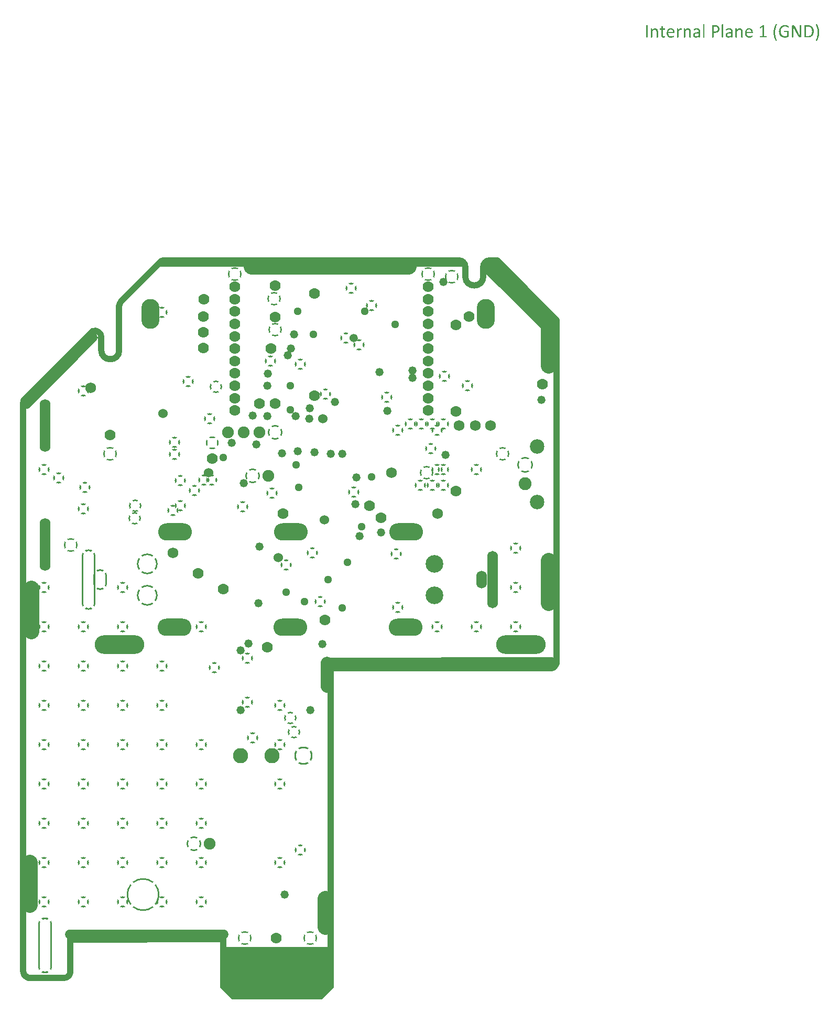
<source format=gbr>
%TF.GenerationSoftware,Altium Limited,Altium Designer,21.6.4 (81)*%
G04 Layer_Physical_Order=2*
G04 Layer_Color=32768*
%FSLAX26Y26*%
%MOIN*%
%TF.SameCoordinates,BD845C9F-3E28-4BEA-89B7-7B09B8E8D9D1*%
%TF.FilePolarity,Negative*%
%TF.FileFunction,Copper,L2,Inr,Plane*%
%TF.Part,Single*%
G01*
G75*
%TA.AperFunction,NonConductor*%
%ADD79C,0.040000*%
%ADD80C,0.100000*%
%ADD81C,0.060000*%
%ADD82C,0.010000*%
%ADD83C,0.080000*%
%TA.AperFunction,ComponentPad*%
%ADD84C,0.070000*%
G04:AMPARAMS|DCode=85|XSize=90mil|YSize=90mil|CornerRadius=0mil|HoleSize=0mil|Usage=FLASHONLY|Rotation=0.000|XOffset=0mil|YOffset=0mil|HoleType=Round|Shape=Relief|Width=20mil|Gap=10mil|Entries=4|*
%AMTHD85*
7,0,0,0.090000,0.070000,0.020000,45*
%
%ADD85THD85*%
%AMTHOVALD86*
21,1,0.267276,0.088000,0,0,270.0*
1,1,0.088000,0.000000,0.133638*
1,1,0.088000,0.000000,-0.133638*
21,0,0.267276,0.068000,0,0,270.0*
1,0,0.068000,0.000000,0.133638*
1,0,0.068000,0.000000,-0.133638*
4,0,4,-0.007071,0.126567,-0.038184,0.157679,-0.024042,0.171822,0.007071,0.140709,-0.007071,0.126567,0.0*
4,0,4,-0.007071,-0.140709,0.024042,-0.171822,0.038184,-0.157679,0.007071,-0.126567,-0.007071,-0.140709,0.0*
4,0,4,-0.007071,0.140709,0.024042,0.171822,0.038184,0.157679,0.007071,0.126567,-0.007071,0.140709,0.0*
4,0,4,-0.007071,-0.126567,-0.038184,-0.157679,-0.024042,-0.171822,0.007071,-0.140709,-0.007071,-0.126567,0.0*
%
%ADD86THOVALD86*%

%ADD87O,0.068000X0.335276*%
%ADD88C,0.097000*%
G04:AMPARAMS|DCode=89|XSize=117mil|YSize=117mil|CornerRadius=0mil|HoleSize=0mil|Usage=FLASHONLY|Rotation=0.000|XOffset=0mil|YOffset=0mil|HoleType=Round|Shape=Relief|Width=20mil|Gap=10mil|Entries=4|*
%AMTHD89*
7,0,0,0.117000,0.097000,0.020000,45*
%
%ADD89THD89*%
%ADD90O,0.115000X0.190000*%
G04:AMPARAMS|DCode=91|XSize=210mil|YSize=210mil|CornerRadius=0mil|HoleSize=0mil|Usage=FLASHONLY|Rotation=0.000|XOffset=0mil|YOffset=0mil|HoleType=Round|Shape=Relief|Width=20mil|Gap=10mil|Entries=4|*
%AMTHD91*
7,0,0,0.210000,0.190000,0.020000,45*
%
%ADD91THD91*%
G04:AMPARAMS|DCode=92|XSize=95.433mil|YSize=95.433mil|CornerRadius=0mil|HoleSize=0mil|Usage=FLASHONLY|Rotation=0.000|XOffset=0mil|YOffset=0mil|HoleType=Round|Shape=Relief|Width=20mil|Gap=10mil|Entries=4|*
%AMTHD92*
7,0,0,0.095433,0.075433,0.020000,45*
%
%ADD92THD92*%
%ADD93C,0.075433*%
G04:AMPARAMS|DCode=94|XSize=102.126mil|YSize=102.126mil|CornerRadius=0mil|HoleSize=0mil|Usage=FLASHONLY|Rotation=0.000|XOffset=0mil|YOffset=0mil|HoleType=Round|Shape=Relief|Width=20mil|Gap=10mil|Entries=4|*
%AMTHD94*
7,0,0,0.102126,0.082126,0.020000,45*
%
%ADD94THD94*%
%ADD95C,0.082126*%
%ADD96C,0.091969*%
%ADD97C,0.112000*%
%ADD98O,0.215000X0.110000*%
%ADD99O,0.068000X0.112000*%
%ADD100O,0.068000X0.364803*%
G04:AMPARAMS|DCode=101|XSize=132mil|YSize=132mil|CornerRadius=0mil|HoleSize=0mil|Usage=FLASHONLY|Rotation=0.000|XOffset=0mil|YOffset=0mil|HoleType=Round|Shape=Relief|Width=20mil|Gap=10mil|Entries=4|*
%AMTHD101*
7,0,0,0.132000,0.112000,0.020000,45*
%
%ADD101THD101*%
%AMTHOVALD102*
21,1,0.044000,0.088000,0,0,270.0*
1,1,0.088000,0.000000,0.022000*
1,1,0.088000,0.000000,-0.022000*
21,0,0.044000,0.068000,0,0,270.0*
1,0,0.068000,0.000000,0.022000*
1,0,0.068000,0.000000,-0.022000*
4,0,4,-0.007071,0.014929,-0.038184,0.046042,-0.024042,0.060184,0.007071,0.029071,-0.007071,0.014929,0.0*
4,0,4,-0.007071,-0.029071,0.024042,-0.060184,0.038184,-0.046042,0.007071,-0.014929,-0.007071,-0.029071,0.0*
4,0,4,-0.007071,0.029071,0.024042,0.060184,0.038184,0.046042,0.007071,0.014929,-0.007071,0.029071,0.0*
4,0,4,-0.007071,-0.014929,-0.038184,-0.046042,-0.024042,-0.060184,0.007071,-0.029071,-0.007071,-0.014929,0.0*
%
%ADD102THOVALD102*%

%AMTHOVALD103*
21,1,0.296803,0.088000,0,0,270.0*
1,1,0.088000,0.000000,0.148401*
1,1,0.088000,0.000000,-0.148401*
21,0,0.296803,0.068000,0,0,270.0*
1,0,0.068000,0.000000,0.148401*
1,0,0.068000,0.000000,-0.148401*
4,0,4,-0.007071,0.141330,-0.038184,0.172443,-0.024042,0.186585,0.007071,0.155473,-0.007071,0.141330,0.0*
4,0,4,-0.007071,-0.155473,0.024042,-0.186585,0.038184,-0.172443,0.007071,-0.141330,-0.007071,-0.155473,0.0*
4,0,4,-0.007071,0.155473,0.024042,0.186585,0.038184,0.172443,0.007071,0.141330,-0.007071,0.155473,0.0*
4,0,4,-0.007071,-0.141330,-0.038184,-0.172443,-0.024042,-0.186585,0.007071,-0.155473,-0.007071,-0.141330,0.0*
%
%ADD103THOVALD103*%

%TA.AperFunction,ViaPad*%
G04:AMPARAMS|DCode=104|XSize=88mil|YSize=88mil|CornerRadius=0mil|HoleSize=0mil|Usage=FLASHONLY|Rotation=0.000|XOffset=0mil|YOffset=0mil|HoleType=Round|Shape=Relief|Width=20mil|Gap=10mil|Entries=4|*
%AMTHD104*
7,0,0,0.088000,0.068000,0.020000,45*
%
%ADD104THD104*%
%TA.AperFunction,WasherPad*%
%ADD105O,0.315591X0.118740*%
%TA.AperFunction,ViaPad*%
%ADD106C,0.070000*%
G04:AMPARAMS|DCode=107|XSize=71mil|YSize=71mil|CornerRadius=0mil|HoleSize=0mil|Usage=FLASHONLY|Rotation=0.000|XOffset=0mil|YOffset=0mil|HoleType=Round|Shape=Relief|Width=20mil|Gap=10mil|Entries=4|*
%AMTHD107*
7,0,0,0.071000,0.051000,0.020000,45*
%
%ADD107THD107*%
%ADD108C,0.052000*%
%ADD109C,0.060000*%
%ADD110C,0.051000*%
G04:AMPARAMS|DCode=111|XSize=72mil|YSize=72mil|CornerRadius=0mil|HoleSize=0mil|Usage=FLASHONLY|Rotation=0.000|XOffset=0mil|YOffset=0mil|HoleType=Round|Shape=Relief|Width=20mil|Gap=10mil|Entries=4|*
%AMTHD111*
7,0,0,0.072000,0.052000,0.020000,45*
%
%ADD111THD111*%
G04:AMPARAMS|DCode=112|XSize=80mil|YSize=80mil|CornerRadius=0mil|HoleSize=0mil|Usage=FLASHONLY|Rotation=0.000|XOffset=0mil|YOffset=0mil|HoleType=Round|Shape=Relief|Width=20mil|Gap=10mil|Entries=4|*
%AMTHD112*
7,0,0,0.080000,0.060000,0.020000,45*
%
%ADD112THD112*%
G04:AMPARAMS|DCode=113|XSize=84mil|YSize=84mil|CornerRadius=0mil|HoleSize=0mil|Usage=FLASHONLY|Rotation=0.000|XOffset=0mil|YOffset=0mil|HoleType=Round|Shape=Relief|Width=20mil|Gap=10mil|Entries=4|*
%AMTHD113*
7,0,0,0.084000,0.064000,0.020000,45*
%
%ADD113THD113*%
G04:AMPARAMS|DCode=114|XSize=90mil|YSize=90mil|CornerRadius=0mil|HoleSize=0mil|Usage=FLASHONLY|Rotation=0.000|XOffset=0mil|YOffset=0mil|HoleType=Round|Shape=Relief|Width=20mil|Gap=10mil|Entries=4|*
%AMTHD114*
7,0,0,0.090000,0.070000,0.020000,45*
%
%ADD114THD114*%
%ADD115C,0.068000*%
G36*
X1276194Y195662D02*
X1944882D01*
Y-53509D01*
X1942554Y-51181D01*
X1279528D01*
X1276194Y195662D01*
D02*
G37*
G36*
X4845822Y6058561D02*
X4846932D01*
X4848181Y6058422D01*
X4849639Y6058283D01*
X4851096Y6058075D01*
X4852553Y6057798D01*
X4852762D01*
X4852900Y6057728D01*
X4853178Y6057659D01*
X4853941Y6057520D01*
X4854913Y6057312D01*
X4855954Y6057034D01*
X4857134Y6056687D01*
X4858314Y6056340D01*
X4859493Y6055993D01*
X4859563D01*
X4859632Y6055924D01*
X4859979Y6055785D01*
X4860534Y6055577D01*
X4861298Y6055299D01*
X4862061Y6054952D01*
X4862894Y6054605D01*
X4863796Y6054189D01*
X4864560Y6053703D01*
X4864629Y6053634D01*
X4864907Y6053495D01*
X4865254Y6053287D01*
X4865670Y6053009D01*
X4866642Y6052384D01*
X4867058Y6052037D01*
X4867405Y6051760D01*
X4867474D01*
X4867544Y6051621D01*
X4867891Y6051274D01*
X4868238Y6050649D01*
X4868515Y6049955D01*
Y6049886D01*
X4868585Y6049747D01*
X4868654Y6049539D01*
X4868724Y6049192D01*
Y6048776D01*
X4868793Y6048290D01*
X4868862Y6047665D01*
Y6046971D01*
Y6046902D01*
Y6046763D01*
Y6046555D01*
Y6046277D01*
X4868793Y6045653D01*
X4868724Y6044959D01*
Y6044889D01*
Y6044820D01*
X4868654Y6044473D01*
X4868515Y6043987D01*
X4868307Y6043501D01*
X4868238Y6043432D01*
X4868168Y6043224D01*
X4867960Y6042946D01*
X4867752Y6042738D01*
X4867683D01*
X4867544Y6042668D01*
X4867266Y6042599D01*
X4866989Y6042530D01*
X4866850D01*
X4866642Y6042599D01*
X4866433Y6042668D01*
X4866086Y6042807D01*
X4865670Y6043015D01*
X4865115Y6043293D01*
X4864560Y6043640D01*
X4864490Y6043709D01*
X4864282Y6043848D01*
X4863866Y6044056D01*
X4863380Y6044403D01*
X4862755Y6044750D01*
X4861922Y6045167D01*
X4861090Y6045653D01*
X4860049Y6046138D01*
X4859910Y6046208D01*
X4859563Y6046347D01*
X4858938Y6046624D01*
X4858175Y6046971D01*
X4857203Y6047388D01*
X4856023Y6047804D01*
X4854774Y6048220D01*
X4853317Y6048637D01*
X4853247D01*
X4853109Y6048706D01*
X4852900Y6048776D01*
X4852623Y6048845D01*
X4852206Y6048914D01*
X4851790Y6048984D01*
X4851235Y6049123D01*
X4850680Y6049261D01*
X4849292Y6049470D01*
X4847695Y6049608D01*
X4845960Y6049747D01*
X4844017Y6049817D01*
X4842907D01*
X4842352Y6049747D01*
X4841727Y6049678D01*
X4840964Y6049608D01*
X4840131Y6049539D01*
X4838326Y6049261D01*
X4836383Y6048845D01*
X4834371Y6048220D01*
X4832427Y6047457D01*
X4832358D01*
X4832219Y6047318D01*
X4831942Y6047179D01*
X4831595Y6047041D01*
X4831178Y6046763D01*
X4830623Y6046485D01*
X4829443Y6045791D01*
X4828125Y6044820D01*
X4826667Y6043709D01*
X4825210Y6042391D01*
X4823822Y6040933D01*
X4823752Y6040864D01*
X4823683Y6040725D01*
X4823475Y6040517D01*
X4823267Y6040239D01*
X4822920Y6039823D01*
X4822573Y6039337D01*
X4822226Y6038782D01*
X4821809Y6038157D01*
X4820976Y6036769D01*
X4820074Y6035104D01*
X4819172Y6033230D01*
X4818409Y6031148D01*
Y6031079D01*
X4818339Y6030870D01*
X4818270Y6030593D01*
X4818131Y6030176D01*
X4817992Y6029621D01*
X4817784Y6028997D01*
X4817645Y6028302D01*
X4817506Y6027470D01*
X4817298Y6026568D01*
X4817159Y6025665D01*
X4816812Y6023514D01*
X4816604Y6021224D01*
X4816535Y6018795D01*
Y6018725D01*
Y6018448D01*
Y6018101D01*
Y6017546D01*
X4816604Y6016921D01*
X4816674Y6016158D01*
Y6015325D01*
X4816812Y6014353D01*
X4817021Y6012341D01*
X4817368Y6010120D01*
X4817853Y6007829D01*
X4818547Y6005609D01*
Y6005539D01*
X4818617Y6005331D01*
X4818756Y6005054D01*
X4818964Y6004637D01*
X4819172Y6004151D01*
X4819380Y6003596D01*
X4820074Y6002208D01*
X4820838Y6000681D01*
X4821809Y5999085D01*
X4822989Y5997420D01*
X4824238Y5995893D01*
X4824308Y5995823D01*
X4824377Y5995754D01*
X4824585Y5995546D01*
X4824863Y5995268D01*
X4825279Y5994921D01*
X4825696Y5994505D01*
X4826737Y5993672D01*
X4827986Y5992700D01*
X4829513Y5991729D01*
X4831178Y5990757D01*
X4832983Y5989924D01*
X4833052D01*
X4833191Y5989855D01*
X4833468Y5989716D01*
X4833885Y5989647D01*
X4834371Y5989439D01*
X4834926Y5989300D01*
X4835550Y5989092D01*
X4836314Y5988953D01*
X4837077Y5988745D01*
X4837910Y5988536D01*
X4839853Y5988259D01*
X4841935Y5987981D01*
X4844156Y5987912D01*
X4844781D01*
X4845475Y5987981D01*
X4846377Y5988051D01*
X4847487Y5988120D01*
X4848667Y5988259D01*
X4849986Y5988467D01*
X4851374Y5988745D01*
X4851443D01*
X4851512Y5988814D01*
X4851721D01*
X4851998Y5988883D01*
X4852762Y5989092D01*
X4853664Y5989439D01*
X4854705Y5989786D01*
X4855885Y5990271D01*
X4857134Y5990757D01*
X4858314Y5991382D01*
Y6013937D01*
X4840200D01*
X4839784Y6014076D01*
X4839229Y6014353D01*
X4839020Y6014561D01*
X4838812Y6014908D01*
Y6014978D01*
X4838743Y6015117D01*
X4838673Y6015325D01*
X4838604Y6015672D01*
X4838465Y6016158D01*
X4838396Y6016713D01*
X4838326Y6017337D01*
Y6018101D01*
Y6018170D01*
Y6018309D01*
Y6018517D01*
Y6018795D01*
Y6019419D01*
X4838396Y6020044D01*
Y6020113D01*
Y6020183D01*
X4838535Y6020530D01*
X4838604Y6020946D01*
X4838812Y6021363D01*
X4838882Y6021432D01*
X4839020Y6021640D01*
X4839229Y6021918D01*
X4839437Y6022126D01*
X4839506Y6022195D01*
X4839714Y6022265D01*
X4839992Y6022334D01*
X4840339Y6022404D01*
X4865392D01*
X4865739Y6022265D01*
X4866225Y6022126D01*
X4866364Y6022057D01*
X4866642Y6021987D01*
X4867058Y6021779D01*
X4867474Y6021432D01*
X4867544Y6021363D01*
X4867821Y6021085D01*
X4868030Y6020669D01*
X4868307Y6020113D01*
Y6020044D01*
X4868377Y6019975D01*
X4868515Y6019558D01*
X4868585Y6018934D01*
X4868654Y6018170D01*
Y5988606D01*
Y5988536D01*
Y5988328D01*
Y5988051D01*
X4868585Y5987704D01*
X4868446Y5986801D01*
X4868099Y5985899D01*
Y5985830D01*
X4867960Y5985691D01*
X4867821Y5985483D01*
X4867613Y5985205D01*
X4867266Y5984928D01*
X4866919Y5984581D01*
X4866433Y5984234D01*
X4865809Y5983887D01*
X4865739Y5983817D01*
X4865531Y5983748D01*
X4865115Y5983540D01*
X4864629Y5983331D01*
X4863935Y5983054D01*
X4863172Y5982776D01*
X4862269Y5982360D01*
X4861298Y5982013D01*
X4861159Y5981943D01*
X4860812Y5981874D01*
X4860257Y5981666D01*
X4859563Y5981458D01*
X4858661Y5981180D01*
X4857758Y5980902D01*
X4856717Y5980625D01*
X4855607Y5980347D01*
X4855468D01*
X4855121Y5980208D01*
X4854497Y5980139D01*
X4853803Y5979931D01*
X4852900Y5979792D01*
X4851859Y5979584D01*
X4850749Y5979445D01*
X4849639Y5979306D01*
X4849500D01*
X4849153Y5979237D01*
X4848528Y5979167D01*
X4847765Y5979098D01*
X4846863Y5979029D01*
X4845891Y5978959D01*
X4843740Y5978890D01*
X4842837D01*
X4842213Y5978959D01*
X4841449D01*
X4840547Y5979029D01*
X4839506Y5979098D01*
X4838326Y5979237D01*
X4837147Y5979376D01*
X4835828Y5979584D01*
X4833121Y5980070D01*
X4830345Y5980764D01*
X4827639Y5981666D01*
X4827569D01*
X4827361Y5981805D01*
X4826945Y5981943D01*
X4826459Y5982152D01*
X4825834Y5982499D01*
X4825140Y5982846D01*
X4824377Y5983193D01*
X4823544Y5983678D01*
X4821670Y5984789D01*
X4819658Y5986177D01*
X4817645Y5987773D01*
X4815702Y5989577D01*
X4815633Y5989647D01*
X4815494Y5989785D01*
X4815216Y5990132D01*
X4814939Y5990480D01*
X4814522Y5990965D01*
X4814036Y5991590D01*
X4813481Y5992284D01*
X4812926Y5993047D01*
X4812371Y5993880D01*
X4811746Y5994852D01*
X4811122Y5995893D01*
X4810497Y5996934D01*
X4809317Y5999363D01*
X4808276Y6001931D01*
Y6002000D01*
X4808137Y6002278D01*
X4808068Y6002624D01*
X4807860Y6003180D01*
X4807652Y6003874D01*
X4807443Y6004707D01*
X4807235Y6005609D01*
X4807027Y6006650D01*
X4806749Y6007829D01*
X4806541Y6009009D01*
X4806333Y6010397D01*
X4806125Y6011785D01*
X4805917Y6013243D01*
X4805847Y6014770D01*
X4805708Y6018031D01*
Y6018170D01*
Y6018448D01*
Y6018934D01*
X4805778Y6019627D01*
Y6020391D01*
X4805847Y6021363D01*
X4805917Y6022404D01*
X4806055Y6023583D01*
X4806194Y6024833D01*
X4806402Y6026151D01*
X4806888Y6028997D01*
X4807582Y6031911D01*
X4808484Y6034757D01*
Y6034826D01*
X4808623Y6035104D01*
X4808762Y6035451D01*
X4808970Y6036006D01*
X4809317Y6036631D01*
X4809664Y6037394D01*
X4810011Y6038227D01*
X4810497Y6039198D01*
X4811607Y6041141D01*
X4812995Y6043293D01*
X4814522Y6045444D01*
X4816327Y6047526D01*
X4816396Y6047596D01*
X4816535Y6047734D01*
X4816812Y6048012D01*
X4817229Y6048428D01*
X4817715Y6048845D01*
X4818339Y6049331D01*
X4818964Y6049886D01*
X4819727Y6050511D01*
X4820560Y6051205D01*
X4821532Y6051829D01*
X4822503Y6052523D01*
X4823614Y6053217D01*
X4825904Y6054536D01*
X4828472Y6055716D01*
X4828541Y6055785D01*
X4828819Y6055854D01*
X4829166Y6055993D01*
X4829721Y6056201D01*
X4830415Y6056410D01*
X4831178Y6056618D01*
X4832080Y6056895D01*
X4833121Y6057173D01*
X4834232Y6057451D01*
X4835481Y6057728D01*
X4836730Y6057936D01*
X4838118Y6058145D01*
X4841102Y6058492D01*
X4844225Y6058630D01*
X4845405D01*
X4845822Y6058561D01*
D02*
G37*
G36*
X4557395Y6038088D02*
X4557950D01*
X4559200Y6037949D01*
X4560588Y6037672D01*
X4562114Y6037394D01*
X4563641Y6036908D01*
X4565099Y6036283D01*
X4565168D01*
X4565237Y6036214D01*
X4565446Y6036075D01*
X4565723Y6035936D01*
X4566417Y6035520D01*
X4567250Y6035034D01*
X4568152Y6034340D01*
X4569193Y6033507D01*
X4570165Y6032536D01*
X4571067Y6031426D01*
X4571136Y6031287D01*
X4571414Y6030870D01*
X4571830Y6030246D01*
X4572316Y6029413D01*
X4572871Y6028302D01*
X4573427Y6027123D01*
X4573912Y6025735D01*
X4574329Y6024208D01*
Y6024139D01*
X4574398Y6024000D01*
Y6023792D01*
X4574468Y6023514D01*
X4574606Y6023097D01*
X4574676Y6022612D01*
X4574745Y6022056D01*
X4574884Y6021432D01*
X4575023Y6019975D01*
X4575231Y6018309D01*
X4575300Y6016435D01*
X4575370Y6014353D01*
Y5981458D01*
Y5981388D01*
Y5981180D01*
X4575231Y5980902D01*
X4575092Y5980625D01*
X4575023Y5980555D01*
X4574953Y5980486D01*
X4574676Y5980278D01*
X4574329Y5980139D01*
X4574259D01*
X4573912Y5980000D01*
X4573427Y5979931D01*
X4572802Y5979792D01*
X4572663D01*
X4572386Y5979722D01*
X4572108D01*
X4571345Y5979653D01*
X4569540D01*
X4568707Y5979722D01*
X4567944Y5979792D01*
X4567805D01*
X4567389Y5979861D01*
X4566903Y5980000D01*
X4566417Y5980139D01*
X4566348Y5980208D01*
X4566140Y5980278D01*
X4565862Y5980417D01*
X4565654Y5980625D01*
Y5980694D01*
X4565584Y5980833D01*
X4565515Y5981110D01*
X4565446Y5981458D01*
Y6013034D01*
Y6013104D01*
Y6013243D01*
Y6013451D01*
Y6013798D01*
Y6014214D01*
X4565376Y6014631D01*
Y6015741D01*
X4565237Y6016921D01*
X4565099Y6018101D01*
X4564960Y6019350D01*
X4564682Y6020460D01*
Y6020599D01*
X4564543Y6020946D01*
X4564405Y6021501D01*
X4564196Y6022126D01*
X4563849Y6022889D01*
X4563502Y6023722D01*
X4563086Y6024555D01*
X4562600Y6025318D01*
X4562531Y6025388D01*
X4562323Y6025665D01*
X4562045Y6026012D01*
X4561629Y6026498D01*
X4561143Y6026984D01*
X4560518Y6027470D01*
X4559755Y6028025D01*
X4558991Y6028441D01*
X4558922Y6028511D01*
X4558644Y6028650D01*
X4558159Y6028788D01*
X4557534Y6028997D01*
X4556840Y6029205D01*
X4556007Y6029413D01*
X4555036Y6029482D01*
X4553995Y6029552D01*
X4553648D01*
X4553370Y6029482D01*
X4552607Y6029413D01*
X4551635Y6029205D01*
X4550525Y6028927D01*
X4549275Y6028441D01*
X4547887Y6027817D01*
X4546499Y6026914D01*
X4546430D01*
X4546361Y6026776D01*
X4546152Y6026637D01*
X4545875Y6026429D01*
X4545111Y6025804D01*
X4544140Y6024971D01*
X4543029Y6023861D01*
X4541711Y6022542D01*
X4540253Y6020946D01*
X4538796Y6019142D01*
Y5981458D01*
Y5981388D01*
Y5981180D01*
X4538657Y5980902D01*
X4538518Y5980625D01*
X4538449Y5980555D01*
X4538380Y5980486D01*
X4538102Y5980278D01*
X4537755Y5980139D01*
X4537686D01*
X4537339Y5980000D01*
X4536853Y5979931D01*
X4536228Y5979792D01*
X4536089D01*
X4535812Y5979722D01*
X4535534D01*
X4534771Y5979653D01*
X4532966D01*
X4532134Y5979722D01*
X4531370Y5979792D01*
X4531231D01*
X4530815Y5979861D01*
X4530329Y5980000D01*
X4529843Y5980139D01*
X4529774Y5980208D01*
X4529566Y5980278D01*
X4529288Y5980417D01*
X4529080Y5980625D01*
Y5980694D01*
X4529011Y5980833D01*
X4528941Y5981110D01*
X4528872Y5981458D01*
Y6035451D01*
Y6035520D01*
Y6035728D01*
X4528941Y6036006D01*
X4529011Y6036214D01*
X4529080Y6036283D01*
X4529149Y6036422D01*
X4529427Y6036631D01*
X4529705Y6036839D01*
X4529774Y6036908D01*
X4530121Y6036977D01*
X4530537Y6037116D01*
X4531093Y6037186D01*
X4531231D01*
X4531440Y6037255D01*
X4531717D01*
X4532411Y6037324D01*
X4534146D01*
X4534840Y6037255D01*
X4535534Y6037186D01*
X4535673D01*
X4536020Y6037116D01*
X4536506Y6037047D01*
X4536922Y6036839D01*
X4536992Y6036769D01*
X4537200Y6036631D01*
X4537408Y6036492D01*
X4537616Y6036214D01*
X4537686Y6036145D01*
X4537755Y6036006D01*
X4537824Y6035798D01*
Y6035451D01*
Y6028302D01*
X4537894Y6028372D01*
X4538033Y6028511D01*
X4538241Y6028788D01*
X4538588Y6029135D01*
X4539004Y6029552D01*
X4539490Y6030038D01*
X4540670Y6031148D01*
X4541988Y6032328D01*
X4543515Y6033577D01*
X4545181Y6034757D01*
X4546846Y6035728D01*
X4546916D01*
X4547055Y6035867D01*
X4547332Y6035936D01*
X4547610Y6036145D01*
X4548026Y6036283D01*
X4548512Y6036492D01*
X4549692Y6036977D01*
X4551080Y6037394D01*
X4552676Y6037810D01*
X4554272Y6038088D01*
X4556007Y6038157D01*
X4556909D01*
X4557395Y6038088D01*
D02*
G37*
G36*
X4227815Y6038088D02*
X4228370D01*
X4229619Y6037949D01*
X4231007Y6037671D01*
X4232534Y6037394D01*
X4234061Y6036908D01*
X4235518Y6036283D01*
X4235587D01*
X4235657Y6036214D01*
X4235865Y6036075D01*
X4236143Y6035936D01*
X4236837Y6035520D01*
X4237669Y6035034D01*
X4238572Y6034340D01*
X4239613Y6033507D01*
X4240584Y6032536D01*
X4241486Y6031425D01*
X4241556Y6031287D01*
X4241833Y6030870D01*
X4242250Y6030246D01*
X4242736Y6029413D01*
X4243291Y6028302D01*
X4243846Y6027123D01*
X4244332Y6025735D01*
X4244748Y6024208D01*
Y6024138D01*
X4244818Y6024000D01*
Y6023791D01*
X4244887Y6023514D01*
X4245026Y6023097D01*
X4245095Y6022612D01*
X4245165Y6022056D01*
X4245303Y6021432D01*
X4245442Y6019974D01*
X4245650Y6018309D01*
X4245720Y6016435D01*
X4245789Y6014353D01*
Y5981457D01*
Y5981388D01*
Y5981180D01*
X4245650Y5980902D01*
X4245512Y5980625D01*
X4245442Y5980555D01*
X4245373Y5980486D01*
X4245095Y5980278D01*
X4244748Y5980139D01*
X4244679D01*
X4244332Y5980000D01*
X4243846Y5979931D01*
X4243221Y5979792D01*
X4243083D01*
X4242805Y5979722D01*
X4242527D01*
X4241764Y5979653D01*
X4239960D01*
X4239127Y5979722D01*
X4238363Y5979792D01*
X4238225D01*
X4237808Y5979861D01*
X4237322Y5980000D01*
X4236837Y5980139D01*
X4236767Y5980208D01*
X4236559Y5980278D01*
X4236281Y5980416D01*
X4236073Y5980625D01*
Y5980694D01*
X4236004Y5980833D01*
X4235934Y5981110D01*
X4235865Y5981457D01*
Y6013034D01*
Y6013104D01*
Y6013243D01*
Y6013451D01*
Y6013798D01*
Y6014214D01*
X4235796Y6014631D01*
Y6015741D01*
X4235657Y6016921D01*
X4235518Y6018101D01*
X4235379Y6019350D01*
X4235102Y6020460D01*
Y6020599D01*
X4234963Y6020946D01*
X4234824Y6021501D01*
X4234616Y6022126D01*
X4234269Y6022889D01*
X4233922Y6023722D01*
X4233505Y6024555D01*
X4233020Y6025318D01*
X4232950Y6025388D01*
X4232742Y6025665D01*
X4232464Y6026012D01*
X4232048Y6026498D01*
X4231562Y6026984D01*
X4230938Y6027470D01*
X4230174Y6028025D01*
X4229411Y6028441D01*
X4229341Y6028511D01*
X4229064Y6028649D01*
X4228578Y6028788D01*
X4227953Y6028996D01*
X4227259Y6029205D01*
X4226427Y6029413D01*
X4225455Y6029482D01*
X4224414Y6029552D01*
X4224067D01*
X4223789Y6029482D01*
X4223026Y6029413D01*
X4222054Y6029205D01*
X4220944Y6028927D01*
X4219695Y6028441D01*
X4218307Y6027817D01*
X4216919Y6026914D01*
X4216849D01*
X4216780Y6026776D01*
X4216572Y6026637D01*
X4216294Y6026429D01*
X4215531Y6025804D01*
X4214559Y6024971D01*
X4213449Y6023861D01*
X4212130Y6022542D01*
X4210673Y6020946D01*
X4209215Y6019142D01*
Y5981457D01*
Y5981388D01*
Y5981180D01*
X4209077Y5980902D01*
X4208938Y5980625D01*
X4208868Y5980555D01*
X4208799Y5980486D01*
X4208521Y5980278D01*
X4208174Y5980139D01*
X4208105D01*
X4207758Y5980000D01*
X4207272Y5979931D01*
X4206648Y5979792D01*
X4206509D01*
X4206231Y5979722D01*
X4205954D01*
X4205190Y5979653D01*
X4203386D01*
X4202553Y5979722D01*
X4201790Y5979792D01*
X4201651D01*
X4201234Y5979861D01*
X4200749Y5980000D01*
X4200263Y5980139D01*
X4200193Y5980208D01*
X4199985Y5980278D01*
X4199708Y5980416D01*
X4199499Y5980625D01*
Y5980694D01*
X4199430Y5980833D01*
X4199361Y5981110D01*
X4199291Y5981457D01*
Y6035451D01*
Y6035520D01*
Y6035728D01*
X4199361Y6036006D01*
X4199430Y6036214D01*
X4199499Y6036283D01*
X4199569Y6036422D01*
X4199846Y6036630D01*
X4200124Y6036839D01*
X4200193Y6036908D01*
X4200540Y6036977D01*
X4200957Y6037116D01*
X4201512Y6037186D01*
X4201651D01*
X4201859Y6037255D01*
X4202137D01*
X4202831Y6037324D01*
X4204566D01*
X4205260Y6037255D01*
X4205954Y6037186D01*
X4206092D01*
X4206439Y6037116D01*
X4206925Y6037047D01*
X4207342Y6036839D01*
X4207411Y6036769D01*
X4207619Y6036630D01*
X4207827Y6036492D01*
X4208036Y6036214D01*
X4208105Y6036145D01*
X4208174Y6036006D01*
X4208244Y6035798D01*
Y6035451D01*
Y6028302D01*
X4208313Y6028372D01*
X4208452Y6028511D01*
X4208660Y6028788D01*
X4209007Y6029135D01*
X4209424Y6029552D01*
X4209909Y6030037D01*
X4211089Y6031148D01*
X4212408Y6032328D01*
X4213935Y6033577D01*
X4215600Y6034757D01*
X4217266Y6035728D01*
X4217335D01*
X4217474Y6035867D01*
X4217752Y6035936D01*
X4218029Y6036145D01*
X4218446Y6036283D01*
X4218931Y6036492D01*
X4220111Y6036977D01*
X4221499Y6037394D01*
X4223095Y6037810D01*
X4224692Y6038088D01*
X4226427Y6038157D01*
X4227329D01*
X4227815Y6038088D01*
D02*
G37*
G36*
X4018296D02*
X4018851D01*
X4020100Y6037949D01*
X4021488Y6037671D01*
X4023015Y6037394D01*
X4024542Y6036908D01*
X4025999Y6036283D01*
X4026069D01*
X4026138Y6036214D01*
X4026346Y6036075D01*
X4026624Y6035936D01*
X4027318Y6035520D01*
X4028151Y6035034D01*
X4029053Y6034340D01*
X4030094Y6033507D01*
X4031066Y6032536D01*
X4031968Y6031425D01*
X4032037Y6031287D01*
X4032315Y6030870D01*
X4032731Y6030246D01*
X4033217Y6029413D01*
X4033772Y6028302D01*
X4034327Y6027123D01*
X4034813Y6025735D01*
X4035230Y6024208D01*
Y6024138D01*
X4035299Y6024000D01*
Y6023791D01*
X4035368Y6023514D01*
X4035507Y6023097D01*
X4035577Y6022612D01*
X4035646Y6022056D01*
X4035785Y6021432D01*
X4035924Y6019974D01*
X4036132Y6018309D01*
X4036201Y6016435D01*
X4036271Y6014353D01*
Y5981457D01*
Y5981388D01*
Y5981180D01*
X4036132Y5980902D01*
X4035993Y5980625D01*
X4035924Y5980555D01*
X4035854Y5980486D01*
X4035577Y5980278D01*
X4035230Y5980139D01*
X4035160D01*
X4034813Y5980000D01*
X4034327Y5979931D01*
X4033703Y5979792D01*
X4033564D01*
X4033286Y5979722D01*
X4033009D01*
X4032245Y5979653D01*
X4030441D01*
X4029608Y5979722D01*
X4028845Y5979792D01*
X4028706D01*
X4028290Y5979861D01*
X4027804Y5980000D01*
X4027318Y5980139D01*
X4027249Y5980208D01*
X4027040Y5980278D01*
X4026763Y5980416D01*
X4026555Y5980625D01*
Y5980694D01*
X4026485Y5980833D01*
X4026416Y5981110D01*
X4026346Y5981457D01*
Y6013034D01*
Y6013104D01*
Y6013243D01*
Y6013451D01*
Y6013798D01*
Y6014214D01*
X4026277Y6014631D01*
Y6015741D01*
X4026138Y6016921D01*
X4025999Y6018101D01*
X4025861Y6019350D01*
X4025583Y6020460D01*
Y6020599D01*
X4025444Y6020946D01*
X4025305Y6021501D01*
X4025097Y6022126D01*
X4024750Y6022889D01*
X4024403Y6023722D01*
X4023987Y6024555D01*
X4023501Y6025318D01*
X4023432Y6025388D01*
X4023223Y6025665D01*
X4022946Y6026012D01*
X4022529Y6026498D01*
X4022044Y6026984D01*
X4021419Y6027470D01*
X4020656Y6028025D01*
X4019892Y6028441D01*
X4019823Y6028511D01*
X4019545Y6028649D01*
X4019059Y6028788D01*
X4018435Y6028996D01*
X4017741Y6029205D01*
X4016908Y6029413D01*
X4015936Y6029482D01*
X4014895Y6029552D01*
X4014548D01*
X4014271Y6029482D01*
X4013507Y6029413D01*
X4012536Y6029205D01*
X4011425Y6028927D01*
X4010176Y6028441D01*
X4008788Y6027817D01*
X4007400Y6026914D01*
X4007331D01*
X4007261Y6026776D01*
X4007053Y6026637D01*
X4006776Y6026429D01*
X4006012Y6025804D01*
X4005041Y6024971D01*
X4003930Y6023861D01*
X4002612Y6022542D01*
X4001154Y6020946D01*
X3999697Y6019142D01*
Y5981457D01*
Y5981388D01*
Y5981180D01*
X3999558Y5980902D01*
X3999419Y5980625D01*
X3999350Y5980555D01*
X3999280Y5980486D01*
X3999003Y5980278D01*
X3998656Y5980139D01*
X3998586D01*
X3998239Y5980000D01*
X3997754Y5979931D01*
X3997129Y5979792D01*
X3996990D01*
X3996713Y5979722D01*
X3996435D01*
X3995672Y5979653D01*
X3993867D01*
X3993034Y5979722D01*
X3992271Y5979792D01*
X3992132D01*
X3991716Y5979861D01*
X3991230Y5980000D01*
X3990744Y5980139D01*
X3990675Y5980208D01*
X3990467Y5980278D01*
X3990189Y5980416D01*
X3989981Y5980625D01*
Y5980694D01*
X3989911Y5980833D01*
X3989842Y5981110D01*
X3989773Y5981457D01*
Y6035451D01*
Y6035520D01*
Y6035728D01*
X3989842Y6036006D01*
X3989911Y6036214D01*
X3989981Y6036283D01*
X3990050Y6036422D01*
X3990328Y6036630D01*
X3990605Y6036839D01*
X3990675Y6036908D01*
X3991022Y6036977D01*
X3991438Y6037116D01*
X3991993Y6037186D01*
X3992132D01*
X3992340Y6037255D01*
X3992618D01*
X3993312Y6037324D01*
X3995047D01*
X3995741Y6037255D01*
X3996435Y6037186D01*
X3996574D01*
X3996921Y6037116D01*
X3997407Y6037047D01*
X3997823Y6036839D01*
X3997892Y6036769D01*
X3998101Y6036630D01*
X3998309Y6036492D01*
X3998517Y6036214D01*
X3998586Y6036145D01*
X3998656Y6036006D01*
X3998725Y6035798D01*
Y6035451D01*
Y6028302D01*
X3998795Y6028372D01*
X3998933Y6028511D01*
X3999142Y6028788D01*
X3999489Y6029135D01*
X3999905Y6029552D01*
X4000391Y6030037D01*
X4001571Y6031148D01*
X4002889Y6032328D01*
X4004416Y6033577D01*
X4006082Y6034757D01*
X4007747Y6035728D01*
X4007817D01*
X4007955Y6035867D01*
X4008233Y6035936D01*
X4008511Y6036145D01*
X4008927Y6036283D01*
X4009413Y6036492D01*
X4010593Y6036977D01*
X4011981Y6037394D01*
X4013577Y6037810D01*
X4015173Y6038088D01*
X4016908Y6038157D01*
X4017810D01*
X4018296Y6038088D01*
D02*
G37*
G36*
X4181178D02*
X4181872Y6038018D01*
X4182219D01*
X4182496Y6037949D01*
X4183121Y6037880D01*
X4183884Y6037671D01*
X4183954D01*
X4184093Y6037602D01*
X4184301D01*
X4184578Y6037533D01*
X4185203Y6037324D01*
X4185828Y6037116D01*
X4185897D01*
X4185966Y6037047D01*
X4186313Y6036977D01*
X4186730Y6036769D01*
X4187077Y6036561D01*
X4187146Y6036492D01*
X4187285Y6036422D01*
X4187493Y6036214D01*
X4187563Y6036006D01*
Y6035936D01*
X4187632Y6035798D01*
X4187701Y6035589D01*
X4187771Y6035312D01*
Y6035242D01*
X4187840Y6035034D01*
X4187910Y6034618D01*
Y6034063D01*
Y6033993D01*
Y6033924D01*
Y6033716D01*
X4187979Y6033507D01*
Y6032813D01*
Y6031911D01*
Y6031842D01*
Y6031703D01*
Y6031425D01*
Y6031078D01*
Y6030384D01*
X4187910Y6029621D01*
Y6029482D01*
X4187840Y6029135D01*
X4187771Y6028719D01*
X4187632Y6028233D01*
Y6028164D01*
X4187563Y6027955D01*
X4187424Y6027678D01*
X4187216Y6027470D01*
X4187146Y6027400D01*
X4187007Y6027331D01*
X4186799Y6027261D01*
X4186452Y6027192D01*
X4186383D01*
X4186105Y6027261D01*
X4185758Y6027331D01*
X4185272Y6027470D01*
X4185134Y6027539D01*
X4184787Y6027678D01*
X4184301Y6027817D01*
X4183676Y6028025D01*
X4183607D01*
X4183537Y6028094D01*
X4183121Y6028164D01*
X4182496Y6028372D01*
X4181733Y6028511D01*
X4181664D01*
X4181525Y6028580D01*
X4181317D01*
X4181039Y6028649D01*
X4180345Y6028719D01*
X4179443Y6028788D01*
X4178888D01*
X4178541Y6028719D01*
X4177569Y6028511D01*
X4176528Y6028164D01*
X4176459D01*
X4176250Y6028025D01*
X4175973Y6027886D01*
X4175626Y6027678D01*
X4175140Y6027400D01*
X4174654Y6027053D01*
X4174099Y6026637D01*
X4173474Y6026151D01*
X4173405Y6026082D01*
X4173197Y6025943D01*
X4172919Y6025596D01*
X4172503Y6025179D01*
X4172017Y6024694D01*
X4171462Y6024069D01*
X4170837Y6023375D01*
X4170213Y6022542D01*
X4170143Y6022473D01*
X4169935Y6022126D01*
X4169588Y6021640D01*
X4169102Y6021015D01*
X4168547Y6020183D01*
X4167853Y6019211D01*
X4167159Y6018170D01*
X4166396Y6016990D01*
Y5981457D01*
Y5981388D01*
Y5981180D01*
X4166257Y5980902D01*
X4166118Y5980625D01*
X4166049Y5980555D01*
X4165979Y5980486D01*
X4165702Y5980278D01*
X4165355Y5980139D01*
X4165285D01*
X4164938Y5980000D01*
X4164452Y5979931D01*
X4163828Y5979792D01*
X4163689D01*
X4163411Y5979722D01*
X4163134D01*
X4162370Y5979653D01*
X4160566D01*
X4159733Y5979722D01*
X4158970Y5979792D01*
X4158831D01*
X4158415Y5979861D01*
X4157929Y5980000D01*
X4157443Y5980139D01*
X4157374Y5980208D01*
X4157165Y5980278D01*
X4156888Y5980416D01*
X4156680Y5980625D01*
Y5980694D01*
X4156610Y5980833D01*
X4156541Y5981110D01*
X4156471Y5981457D01*
Y6035451D01*
Y6035520D01*
Y6035728D01*
X4156541Y6036006D01*
X4156610Y6036214D01*
X4156680Y6036283D01*
X4156749Y6036422D01*
X4157027Y6036630D01*
X4157304Y6036839D01*
X4157374Y6036908D01*
X4157721Y6036977D01*
X4158137Y6037116D01*
X4158692Y6037186D01*
X4158831D01*
X4159039Y6037255D01*
X4159317D01*
X4160011Y6037324D01*
X4161746D01*
X4162440Y6037255D01*
X4163134Y6037186D01*
X4163273D01*
X4163620Y6037116D01*
X4164105Y6037047D01*
X4164522Y6036839D01*
X4164591Y6036769D01*
X4164799Y6036630D01*
X4165008Y6036492D01*
X4165216Y6036214D01*
X4165285Y6036145D01*
X4165355Y6036006D01*
X4165424Y6035798D01*
Y6035451D01*
Y6027678D01*
X4165493Y6027747D01*
X4165771Y6028164D01*
X4166257Y6028719D01*
X4166812Y6029482D01*
X4167437Y6030315D01*
X4168131Y6031148D01*
X4168825Y6031981D01*
X4169588Y6032813D01*
X4169657Y6032883D01*
X4169935Y6033160D01*
X4170282Y6033507D01*
X4170768Y6033993D01*
X4171323Y6034548D01*
X4171948Y6035104D01*
X4172642Y6035589D01*
X4173266Y6036075D01*
X4173336Y6036145D01*
X4173544Y6036283D01*
X4173891Y6036492D01*
X4174377Y6036700D01*
X4174862Y6036977D01*
X4175418Y6037255D01*
X4176042Y6037463D01*
X4176667Y6037671D01*
X4176736D01*
X4176944Y6037741D01*
X4177291Y6037810D01*
X4177777Y6037949D01*
X4178263Y6038018D01*
X4178888Y6038088D01*
X4180137Y6038157D01*
X4180623D01*
X4181178Y6038088D01*
D02*
G37*
G36*
X4943120Y6057659D02*
X4943953Y6057589D01*
X4944161D01*
X4944578Y6057520D01*
X4945064Y6057381D01*
X4945549Y6057173D01*
X4945619Y6057104D01*
X4945896Y6056965D01*
X4946105Y6056826D01*
X4946382Y6056548D01*
X4946452Y6056479D01*
X4946521Y6056340D01*
X4946590Y6056063D01*
X4946660Y6055785D01*
Y5984164D01*
Y5984095D01*
Y5983956D01*
Y5983748D01*
X4946590Y5983470D01*
X4946521Y5982846D01*
X4946243Y5982152D01*
X4946174Y5982013D01*
X4945966Y5981666D01*
X4945619Y5981249D01*
X4945133Y5980764D01*
X4944994Y5980694D01*
X4944717Y5980486D01*
X4944231Y5980208D01*
X4943676Y5980000D01*
X4943537D01*
X4943190Y5979931D01*
X4942704Y5979861D01*
X4942079Y5979792D01*
X4938124D01*
X4937707Y5979861D01*
X4936805Y5979931D01*
X4935833Y5980070D01*
X4935764D01*
X4935625Y5980139D01*
X4935417Y5980208D01*
X4935139Y5980347D01*
X4934376Y5980694D01*
X4933543Y5981249D01*
X4933474Y5981319D01*
X4933335Y5981388D01*
X4933127Y5981596D01*
X4932849Y5981874D01*
X4932502Y5982221D01*
X4932155Y5982637D01*
X4931322Y5983678D01*
X4931253Y5983748D01*
X4931114Y5983956D01*
X4930906Y5984303D01*
X4930628Y5984719D01*
X4930351Y5985275D01*
X4929934Y5985969D01*
X4929518Y5986732D01*
X4929102Y5987565D01*
X4905436Y6031634D01*
Y6031703D01*
X4905367Y6031773D01*
X4905228Y6031981D01*
X4905089Y6032258D01*
X4904742Y6032952D01*
X4904256Y6033855D01*
X4903701Y6034896D01*
X4903077Y6036145D01*
X4902383Y6037463D01*
X4901689Y6038851D01*
Y6038921D01*
X4901619Y6038990D01*
X4901480Y6039198D01*
X4901342Y6039476D01*
X4900995Y6040239D01*
X4900578Y6041142D01*
X4900023Y6042252D01*
X4899468Y6043501D01*
X4898843Y6044820D01*
X4898219Y6046138D01*
X4898080D01*
Y6046069D01*
Y6045930D01*
Y6045722D01*
Y6045375D01*
X4898149Y6044959D01*
Y6044542D01*
Y6043362D01*
X4898219Y6042044D01*
Y6040517D01*
X4898288Y6038921D01*
Y6037255D01*
Y6037186D01*
Y6037047D01*
Y6036839D01*
Y6036492D01*
Y6036075D01*
Y6035590D01*
X4898357Y6034479D01*
Y6033161D01*
Y6031634D01*
Y6030038D01*
Y6028372D01*
Y5981527D01*
Y5981458D01*
Y5981249D01*
X4898219Y5980972D01*
X4898080Y5980694D01*
X4898010Y5980625D01*
X4897872Y5980486D01*
X4897594Y5980347D01*
X4897178Y5980139D01*
X4897108D01*
X4896761Y5980070D01*
X4896275Y5980000D01*
X4895581Y5979861D01*
X4895443D01*
X4895165Y5979792D01*
X4894887D01*
X4894124Y5979723D01*
X4893152Y5979653D01*
X4892250D01*
X4891417Y5979723D01*
X4890585Y5979861D01*
X4890446D01*
X4890029Y5979931D01*
X4889544Y5980070D01*
X4889058Y5980139D01*
X4888988Y5980208D01*
X4888780Y5980278D01*
X4888503Y5980486D01*
X4888225Y5980694D01*
Y5980764D01*
X4888156Y5980972D01*
X4888086Y5981249D01*
X4888017Y5981527D01*
Y6053148D01*
Y6053287D01*
Y6053564D01*
X4888086Y6053981D01*
X4888156Y6054466D01*
X4888364Y6055022D01*
X4888572Y6055577D01*
X4888919Y6056132D01*
X4889335Y6056548D01*
X4889405Y6056618D01*
X4889613Y6056687D01*
X4889891Y6056895D01*
X4890238Y6057104D01*
X4890654Y6057242D01*
X4891209Y6057451D01*
X4891764Y6057520D01*
X4892320Y6057589D01*
X4898010D01*
X4898427Y6057520D01*
X4899398Y6057451D01*
X4900370Y6057242D01*
X4900439D01*
X4900578Y6057173D01*
X4900786Y6057104D01*
X4901133Y6057034D01*
X4901827Y6056687D01*
X4902521Y6056271D01*
X4902591D01*
X4902660Y6056132D01*
X4903146Y6055785D01*
X4903701Y6055160D01*
X4904395Y6054328D01*
X4904465Y6054258D01*
X4904534Y6054119D01*
X4904742Y6053842D01*
X4904950Y6053495D01*
X4905228Y6053078D01*
X4905575Y6052523D01*
X4905922Y6051968D01*
X4906269Y6051274D01*
X4924452Y6017199D01*
X4924521Y6017060D01*
X4924729Y6016643D01*
X4925076Y6016088D01*
X4925493Y6015255D01*
X4925979Y6014353D01*
X4926534Y6013312D01*
X4927714Y6011091D01*
X4927783Y6010953D01*
X4927991Y6010606D01*
X4928269Y6010050D01*
X4928685Y6009287D01*
X4929171Y6008385D01*
X4929657Y6007413D01*
X4930698Y6005262D01*
X4930767Y6005123D01*
X4930975Y6004776D01*
X4931253Y6004221D01*
X4931600Y6003457D01*
X4932016Y6002625D01*
X4932502Y6001653D01*
X4933543Y5999571D01*
X4933613Y5999432D01*
X4933821Y5999085D01*
X4934098Y5998530D01*
X4934445Y5997836D01*
X4934862Y5997003D01*
X4935348Y5996032D01*
X4936389Y5994019D01*
X4936458D01*
Y5994088D01*
Y5994227D01*
Y5994505D01*
Y5994852D01*
Y5995268D01*
X4936389Y5995754D01*
Y5996379D01*
Y5997003D01*
Y5998530D01*
X4936319Y6000196D01*
Y6002000D01*
Y6003874D01*
Y6003943D01*
Y6004082D01*
Y6004360D01*
Y6004776D01*
Y6005192D01*
Y6005748D01*
Y6006372D01*
Y6007066D01*
Y6008524D01*
Y6010189D01*
Y6011924D01*
Y6013729D01*
Y6055785D01*
Y6055854D01*
Y6056063D01*
X4936389Y6056271D01*
X4936527Y6056548D01*
X4936597Y6056618D01*
X4936736Y6056757D01*
X4937013Y6056965D01*
X4937360Y6057173D01*
X4937499Y6057242D01*
X4937777Y6057312D01*
X4938332Y6057451D01*
X4938956Y6057589D01*
X4939165D01*
X4939373Y6057659D01*
X4940067D01*
X4940483Y6057728D01*
X4942357D01*
X4943120Y6057659D01*
D02*
G37*
G36*
X4990312Y6057520D02*
X4991215D01*
X4992186Y6057451D01*
X4993297Y6057381D01*
X4994546Y6057242D01*
X4995864Y6057104D01*
X4997252Y6056965D01*
X5000098Y6056479D01*
X5002943Y6055854D01*
X5004331Y6055438D01*
X5005650Y6054952D01*
X5005719D01*
X5005927Y6054813D01*
X5006344Y6054675D01*
X5006830Y6054466D01*
X5007385Y6054189D01*
X5008079Y6053842D01*
X5008842Y6053495D01*
X5009744Y6053009D01*
X5011549Y6051968D01*
X5013492Y6050649D01*
X5015435Y6049192D01*
X5017309Y6047457D01*
X5017378Y6047388D01*
X5017517Y6047249D01*
X5017795Y6046971D01*
X5018072Y6046624D01*
X5018489Y6046138D01*
X5018905Y6045583D01*
X5019460Y6044889D01*
X5019946Y6044126D01*
X5020571Y6043362D01*
X5021126Y6042460D01*
X5021751Y6041419D01*
X5022306Y6040378D01*
X5023486Y6038088D01*
X5024457Y6035590D01*
Y6035520D01*
X5024596Y6035243D01*
X5024665Y6034896D01*
X5024874Y6034340D01*
X5025012Y6033716D01*
X5025221Y6032952D01*
X5025429Y6032050D01*
X5025706Y6031009D01*
X5025915Y6029899D01*
X5026123Y6028719D01*
X5026331Y6027400D01*
X5026539Y6026082D01*
X5026678Y6024624D01*
X5026817Y6023098D01*
X5026886Y6019905D01*
Y6019766D01*
Y6019489D01*
Y6018934D01*
X5026817Y6018240D01*
Y6017337D01*
X5026747Y6016296D01*
X5026678Y6015186D01*
X5026539Y6013937D01*
X5026400Y6012618D01*
X5026262Y6011161D01*
X5025776Y6008246D01*
X5025151Y6005192D01*
X5024249Y6002278D01*
Y6002208D01*
X5024110Y6001931D01*
X5023971Y6001584D01*
X5023763Y6001028D01*
X5023486Y6000404D01*
X5023208Y5999640D01*
X5022792Y5998808D01*
X5022375Y5997905D01*
X5021265Y5995962D01*
X5020016Y5993880D01*
X5018489Y5991729D01*
X5016754Y5989786D01*
X5016684Y5989716D01*
X5016546Y5989577D01*
X5016268Y5989300D01*
X5015852Y5988953D01*
X5015366Y5988536D01*
X5014811Y5988120D01*
X5014117Y5987565D01*
X5013423Y5987010D01*
X5012520Y5986454D01*
X5011618Y5985830D01*
X5010647Y5985205D01*
X5009536Y5984581D01*
X5007177Y5983470D01*
X5004609Y5982429D01*
X5004539D01*
X5004262Y5982360D01*
X5003915Y5982221D01*
X5003360Y5982082D01*
X5002666Y5981874D01*
X5001833Y5981666D01*
X5000861Y5981458D01*
X4999820Y5981249D01*
X4998571Y5980972D01*
X4997252Y5980764D01*
X4995864Y5980555D01*
X4994338Y5980417D01*
X4992741Y5980208D01*
X4991076Y5980139D01*
X4989341Y5980000D01*
X4970880D01*
X4970603Y5980070D01*
X4970256Y5980139D01*
X4969423Y5980417D01*
X4968937Y5980625D01*
X4968451Y5980902D01*
X4968382Y5980972D01*
X4968243Y5981111D01*
X4968104Y5981319D01*
X4967896Y5981666D01*
X4967619Y5982082D01*
X4967480Y5982637D01*
X4967341Y5983331D01*
X4967272Y5984164D01*
Y6053356D01*
Y6053495D01*
Y6053772D01*
X4967341Y6054119D01*
X4967410Y6054675D01*
X4967549Y6055160D01*
X4967757Y6055716D01*
X4968035Y6056201D01*
X4968451Y6056618D01*
X4968521Y6056687D01*
X4968660Y6056757D01*
X4968937Y6056895D01*
X4969284Y6057104D01*
X4970117Y6057451D01*
X4970603Y6057520D01*
X4971089Y6057589D01*
X4989618D01*
X4990312Y6057520D01*
D02*
G37*
G36*
X4709242Y6058006D02*
X4710006Y6057936D01*
X4710145D01*
X4710561Y6057867D01*
X4711047Y6057728D01*
X4711463Y6057589D01*
X4711533Y6057520D01*
X4711741Y6057450D01*
X4712018Y6057242D01*
X4712227Y6057034D01*
X4712296Y6056965D01*
X4712365Y6056826D01*
X4712435Y6056618D01*
Y6056340D01*
Y5988259D01*
X4726662D01*
X4726939Y5988120D01*
X4727286Y5987981D01*
X4727356Y5987912D01*
X4727564Y5987773D01*
X4727772Y5987495D01*
X4727980Y5987148D01*
X4728050Y5987079D01*
X4728119Y5986801D01*
X4728258Y5986385D01*
X4728397Y5985899D01*
X4728466Y5985760D01*
X4728536Y5985413D01*
X4728605Y5984789D01*
Y5984025D01*
Y5983956D01*
Y5983817D01*
Y5983609D01*
Y5983401D01*
X4728536Y5982707D01*
X4728397Y5982082D01*
Y5981943D01*
X4728258Y5981666D01*
X4728119Y5981249D01*
X4727911Y5980833D01*
X4727842Y5980764D01*
X4727703Y5980625D01*
X4727495Y5980417D01*
X4727217Y5980208D01*
X4727148D01*
X4726939Y5980139D01*
X4726662Y5980069D01*
X4726384Y5980000D01*
X4685646D01*
X4685369Y5980069D01*
X4685091Y5980208D01*
X4685022Y5980278D01*
X4684883Y5980347D01*
X4684675Y5980555D01*
X4684397Y5980833D01*
X4684328Y5980902D01*
X4684258Y5981180D01*
X4684050Y5981596D01*
X4683911Y5982082D01*
Y5982151D01*
Y5982221D01*
X4683842Y5982637D01*
X4683773Y5983262D01*
Y5984025D01*
Y5984095D01*
Y5984234D01*
Y5984442D01*
Y5984650D01*
X4683842Y5985275D01*
X4683911Y5985899D01*
Y5985968D01*
X4683981Y5986038D01*
X4684050Y5986315D01*
X4684189Y5986732D01*
X4684328Y5987148D01*
X4684397Y5987218D01*
X4684536Y5987495D01*
X4684744Y5987703D01*
X4685022Y5987981D01*
X4685091Y5988051D01*
X4685299Y5988120D01*
X4685577Y5988189D01*
X4685924Y5988259D01*
X4702094D01*
Y6047249D01*
X4687034Y6038296D01*
X4686965D01*
X4686826Y6038227D01*
X4686410Y6037949D01*
X4685785Y6037741D01*
X4685230Y6037533D01*
X4684814D01*
X4684467Y6037602D01*
X4684120Y6037810D01*
X4684050Y6037880D01*
X4683911Y6038157D01*
X4683703Y6038574D01*
X4683564Y6039129D01*
Y6039198D01*
Y6039268D01*
X4683495Y6039476D01*
Y6039753D01*
X4683426Y6040448D01*
Y6041350D01*
Y6041419D01*
Y6041558D01*
Y6041974D01*
Y6042529D01*
X4683495Y6043085D01*
Y6043154D01*
Y6043224D01*
X4683564Y6043501D01*
X4683634Y6043917D01*
X4683703Y6044334D01*
X4683773Y6044403D01*
X4683842Y6044611D01*
X4684258Y6045167D01*
X4684328Y6045236D01*
X4684536Y6045375D01*
X4684814Y6045583D01*
X4685161Y6045861D01*
X4702996Y6057312D01*
X4703066Y6057381D01*
X4703205Y6057450D01*
X4703621Y6057589D01*
X4703690D01*
X4703899Y6057659D01*
X4704176Y6057797D01*
X4704523Y6057867D01*
X4704593D01*
X4704870Y6057936D01*
X4705287Y6058006D01*
X4705911D01*
X4706258Y6058075D01*
X4708410D01*
X4709242Y6058006D01*
D02*
G37*
G36*
X4490841Y6038088D02*
X4491465D01*
X4492090Y6038019D01*
X4492784D01*
X4494380Y6037810D01*
X4495976Y6037602D01*
X4497642Y6037255D01*
X4499238Y6036839D01*
X4499307D01*
X4499446Y6036769D01*
X4499654Y6036700D01*
X4499932Y6036561D01*
X4500695Y6036283D01*
X4501598Y6035867D01*
X4502639Y6035312D01*
X4503749Y6034618D01*
X4504859Y6033855D01*
X4505831Y6032952D01*
X4505970Y6032814D01*
X4506247Y6032467D01*
X4506733Y6031911D01*
X4507288Y6031217D01*
X4507844Y6030246D01*
X4508468Y6029205D01*
X4509023Y6027956D01*
X4509509Y6026568D01*
Y6026498D01*
X4509579Y6026429D01*
X4509648Y6026221D01*
X4509717Y6025873D01*
X4509787Y6025526D01*
X4509856Y6025110D01*
X4510134Y6024069D01*
X4510342Y6022820D01*
X4510481Y6021293D01*
X4510620Y6019627D01*
X4510689Y6017823D01*
Y5981388D01*
Y5981249D01*
X4510620Y5980972D01*
X4510481Y5980625D01*
X4510203Y5980347D01*
X4510134Y5980278D01*
X4509856Y5980139D01*
X4509440Y5980000D01*
X4508815Y5979861D01*
X4508676D01*
X4508468Y5979792D01*
X4508191D01*
X4507844Y5979722D01*
X4507427D01*
X4506941Y5979653D01*
X4505484D01*
X4504721Y5979722D01*
X4503888Y5979861D01*
X4503749D01*
X4503402Y5980000D01*
X4502986Y5980139D01*
X4502569Y5980347D01*
X4502500Y5980417D01*
X4502361Y5980625D01*
X4502222Y5980902D01*
X4502153Y5981388D01*
Y5986801D01*
X4502083Y5986732D01*
X4502014Y5986663D01*
X4501806Y5986454D01*
X4501528Y5986177D01*
X4500834Y5985483D01*
X4499863Y5984650D01*
X4498683Y5983748D01*
X4497295Y5982776D01*
X4495837Y5981805D01*
X4494241Y5980972D01*
X4494172D01*
X4494033Y5980902D01*
X4493825Y5980764D01*
X4493478Y5980625D01*
X4493131Y5980486D01*
X4492645Y5980347D01*
X4491465Y5979931D01*
X4490147Y5979584D01*
X4488550Y5979237D01*
X4486885Y5978959D01*
X4485080Y5978890D01*
X4484386D01*
X4483970Y5978959D01*
X4483554D01*
X4482513Y5979029D01*
X4481263Y5979167D01*
X4480014Y5979376D01*
X4478626Y5979653D01*
X4477308Y5980000D01*
X4477238D01*
X4477169Y5980069D01*
X4476752Y5980208D01*
X4476128Y5980417D01*
X4475295Y5980764D01*
X4474393Y5981249D01*
X4473421Y5981735D01*
X4472450Y5982360D01*
X4471478Y5983123D01*
X4471339Y5983193D01*
X4471062Y5983539D01*
X4470645Y5983956D01*
X4470090Y5984581D01*
X4469465Y5985344D01*
X4468841Y5986246D01*
X4468286Y5987218D01*
X4467730Y5988328D01*
Y5988398D01*
X4467661Y5988467D01*
X4467522Y5988883D01*
X4467314Y5989508D01*
X4467106Y5990341D01*
X4466828Y5991382D01*
X4466620Y5992561D01*
X4466481Y5993880D01*
X4466412Y5995268D01*
Y5995337D01*
Y5995476D01*
Y5995685D01*
Y5996032D01*
X4466481Y5996448D01*
Y5996864D01*
X4466620Y5997975D01*
X4466828Y5999224D01*
X4467175Y6000542D01*
X4467592Y6001861D01*
X4468216Y6003180D01*
Y6003249D01*
X4468286Y6003319D01*
X4468563Y6003735D01*
X4468980Y6004359D01*
X4469604Y6005192D01*
X4470368Y6006025D01*
X4471270Y6006997D01*
X4472311Y6007899D01*
X4473560Y6008801D01*
X4473629D01*
X4473699Y6008870D01*
X4473907Y6009009D01*
X4474185Y6009148D01*
X4474532Y6009356D01*
X4474948Y6009565D01*
X4475920Y6010050D01*
X4477169Y6010605D01*
X4478626Y6011161D01*
X4480222Y6011646D01*
X4482027Y6012132D01*
X4482096D01*
X4482235Y6012202D01*
X4482513Y6012271D01*
X4482929Y6012341D01*
X4483415Y6012410D01*
X4483970Y6012479D01*
X4484595Y6012618D01*
X4485358Y6012688D01*
X4486191Y6012826D01*
X4487024Y6012896D01*
X4488967Y6013104D01*
X4491118Y6013173D01*
X4493408Y6013243D01*
X4500834D01*
Y6017407D01*
Y6017476D01*
Y6017546D01*
Y6017962D01*
Y6018517D01*
X4500765Y6019280D01*
X4500695Y6020113D01*
X4500557Y6021016D01*
X4500348Y6021987D01*
X4500140Y6022889D01*
Y6023028D01*
X4500001Y6023306D01*
X4499863Y6023722D01*
X4499654Y6024277D01*
X4499377Y6024902D01*
X4498960Y6025596D01*
X4498544Y6026221D01*
X4497989Y6026845D01*
X4497919Y6026914D01*
X4497711Y6027123D01*
X4497434Y6027400D01*
X4496948Y6027747D01*
X4496393Y6028164D01*
X4495768Y6028580D01*
X4495005Y6028927D01*
X4494172Y6029274D01*
X4494102Y6029343D01*
X4493755Y6029413D01*
X4493270Y6029552D01*
X4492576Y6029690D01*
X4491812Y6029829D01*
X4490841Y6029968D01*
X4489730Y6030107D01*
X4487856D01*
X4487162Y6030038D01*
X4486260Y6029968D01*
X4485289Y6029899D01*
X4484178Y6029760D01*
X4482998Y6029482D01*
X4481888Y6029205D01*
X4481749Y6029135D01*
X4481402Y6029066D01*
X4480847Y6028858D01*
X4480222Y6028650D01*
X4479390Y6028372D01*
X4478557Y6028025D01*
X4476822Y6027261D01*
X4476752Y6027192D01*
X4476475Y6027123D01*
X4476058Y6026914D01*
X4475573Y6026637D01*
X4474948Y6026359D01*
X4474393Y6026012D01*
X4473144Y6025388D01*
X4473074D01*
X4472935Y6025249D01*
X4472658Y6025110D01*
X4472311Y6024971D01*
X4471617Y6024694D01*
X4471270Y6024624D01*
X4470992Y6024555D01*
X4470715D01*
X4470437Y6024624D01*
X4470159Y6024763D01*
X4470090Y6024833D01*
X4469951Y6024902D01*
X4469743Y6025180D01*
X4469535Y6025457D01*
X4469465Y6025526D01*
X4469396Y6025804D01*
X4469257Y6026221D01*
X4469118Y6026706D01*
Y6026776D01*
Y6026845D01*
Y6027192D01*
X4469049Y6027747D01*
Y6028372D01*
Y6028441D01*
Y6028650D01*
Y6028858D01*
Y6029205D01*
X4469118Y6029968D01*
X4469257Y6030662D01*
Y6030731D01*
X4469327Y6030801D01*
X4469465Y6031217D01*
X4469743Y6031773D01*
X4470229Y6032328D01*
X4470298Y6032397D01*
X4470368Y6032467D01*
X4470576Y6032675D01*
X4470923Y6032883D01*
X4471270Y6033160D01*
X4471756Y6033438D01*
X4472311Y6033855D01*
X4473005Y6034202D01*
X4473074Y6034271D01*
X4473352Y6034410D01*
X4473768Y6034548D01*
X4474323Y6034826D01*
X4475017Y6035104D01*
X4475781Y6035451D01*
X4476683Y6035728D01*
X4477585Y6036075D01*
X4477724Y6036145D01*
X4478071Y6036214D01*
X4478557Y6036422D01*
X4479251Y6036631D01*
X4480084Y6036839D01*
X4481055Y6037047D01*
X4482096Y6037324D01*
X4483207Y6037533D01*
X4483345D01*
X4483762Y6037602D01*
X4484317Y6037741D01*
X4485150Y6037880D01*
X4486052Y6037949D01*
X4487093Y6038088D01*
X4488203Y6038157D01*
X4490355D01*
X4490841Y6038088D01*
D02*
G37*
G36*
X4448507Y6063419D02*
X4449270Y6063350D01*
X4449409D01*
X4449825Y6063280D01*
X4450311Y6063141D01*
X4450797Y6062933D01*
X4450866Y6062864D01*
X4451074Y6062794D01*
X4451352Y6062586D01*
X4451560Y6062378D01*
X4451630Y6062309D01*
X4451699Y6062170D01*
X4451768Y6061892D01*
X4451838Y6061545D01*
Y5981458D01*
Y5981388D01*
Y5981180D01*
X4451699Y5980902D01*
X4451560Y5980625D01*
X4451491Y5980555D01*
X4451421Y5980486D01*
X4451144Y5980278D01*
X4450797Y5980139D01*
X4450727D01*
X4450380Y5980000D01*
X4449895Y5979931D01*
X4449270Y5979792D01*
X4449131D01*
X4448854Y5979722D01*
X4448576D01*
X4447813Y5979653D01*
X4446008D01*
X4445175Y5979722D01*
X4444412Y5979792D01*
X4444273D01*
X4443857Y5979861D01*
X4443371Y5980000D01*
X4442885Y5980139D01*
X4442816Y5980208D01*
X4442608Y5980278D01*
X4442330Y5980417D01*
X4442122Y5980625D01*
Y5980694D01*
X4442052Y5980833D01*
X4441983Y5981110D01*
X4441914Y5981458D01*
Y6061545D01*
Y6061614D01*
Y6061823D01*
X4441983Y6062100D01*
X4442122Y6062378D01*
X4442191Y6062447D01*
X4442330Y6062586D01*
X4442538Y6062794D01*
X4442885Y6062933D01*
X4443024Y6063002D01*
X4443302Y6063072D01*
X4443787Y6063211D01*
X4444412Y6063350D01*
X4444620D01*
X4444828Y6063419D01*
X4445106D01*
X4445869Y6063488D01*
X4447674D01*
X4448507Y6063419D01*
D02*
G37*
G36*
X4402633Y6057520D02*
X4403397Y6057450D01*
X4405132Y6057312D01*
X4405270D01*
X4405548Y6057242D01*
X4406034D01*
X4406658Y6057104D01*
X4407491Y6057034D01*
X4408393Y6056826D01*
X4409434Y6056618D01*
X4410545Y6056409D01*
X4410684D01*
X4411100Y6056271D01*
X4411725Y6056132D01*
X4412557Y6055854D01*
X4413529Y6055507D01*
X4414639Y6055091D01*
X4415819Y6054536D01*
X4416999Y6053842D01*
X4417068D01*
X4417138Y6053772D01*
X4417554Y6053495D01*
X4418179Y6053078D01*
X4418942Y6052592D01*
X4419775Y6051899D01*
X4420747Y6051066D01*
X4421649Y6050163D01*
X4422551Y6049192D01*
X4422620Y6049053D01*
X4422898Y6048706D01*
X4423314Y6048151D01*
X4423870Y6047387D01*
X4424425Y6046416D01*
X4424980Y6045375D01*
X4425605Y6044126D01*
X4426090Y6042807D01*
Y6042738D01*
X4426160Y6042668D01*
X4426229Y6042460D01*
X4426299Y6042182D01*
X4426507Y6041419D01*
X4426715Y6040448D01*
X4426923Y6039268D01*
X4427131Y6037949D01*
X4427270Y6036422D01*
X4427340Y6034826D01*
Y6034757D01*
Y6034548D01*
Y6034271D01*
Y6033855D01*
X4427270Y6033299D01*
Y6032744D01*
X4427201Y6032050D01*
X4427131Y6031356D01*
X4426854Y6029690D01*
X4426507Y6027886D01*
X4426021Y6026082D01*
X4425396Y6024277D01*
Y6024208D01*
X4425327Y6024069D01*
X4425188Y6023861D01*
X4425049Y6023514D01*
X4424841Y6023097D01*
X4424564Y6022612D01*
X4424008Y6021571D01*
X4423176Y6020322D01*
X4422204Y6018934D01*
X4421094Y6017615D01*
X4419844Y6016296D01*
X4419775Y6016227D01*
X4419706Y6016158D01*
X4419497Y6016019D01*
X4419220Y6015741D01*
X4418873Y6015463D01*
X4418456Y6015186D01*
X4417415Y6014422D01*
X4416166Y6013659D01*
X4414639Y6012757D01*
X4412974Y6011993D01*
X4411100Y6011230D01*
X4411031D01*
X4410892Y6011161D01*
X4410614Y6011091D01*
X4410198Y6010953D01*
X4409712Y6010814D01*
X4409087Y6010675D01*
X4408393Y6010536D01*
X4407630Y6010397D01*
X4406797Y6010189D01*
X4405826Y6010050D01*
X4404785Y6009912D01*
X4403744Y6009773D01*
X4401384Y6009565D01*
X4398747Y6009495D01*
X4390002D01*
Y5981527D01*
Y5981458D01*
Y5981249D01*
X4389864Y5980972D01*
X4389725Y5980694D01*
X4389655Y5980625D01*
X4389517Y5980486D01*
X4389239Y5980347D01*
X4388823Y5980139D01*
X4388753D01*
X4388406Y5980069D01*
X4387920Y5980000D01*
X4387296Y5979861D01*
X4387157D01*
X4386879Y5979792D01*
X4386602D01*
X4386255Y5979722D01*
X4385838D01*
X4384797Y5979653D01*
X4383895D01*
X4383132Y5979722D01*
X4382299Y5979861D01*
X4382160D01*
X4381744Y5979931D01*
X4381189Y5980069D01*
X4380703Y5980139D01*
X4380633Y5980208D01*
X4380356Y5980278D01*
X4380078Y5980486D01*
X4379870Y5980694D01*
Y5980764D01*
X4379801Y5980902D01*
X4379731Y5981180D01*
X4379662Y5981527D01*
Y6053148D01*
Y6053287D01*
Y6053564D01*
X4379731Y6053980D01*
X4379801Y6054466D01*
X4379939Y6055021D01*
X4380217Y6055577D01*
X4380495Y6056132D01*
X4380911Y6056548D01*
X4380980Y6056618D01*
X4381119Y6056687D01*
X4381397Y6056895D01*
X4381744Y6057104D01*
X4382160Y6057242D01*
X4382646Y6057450D01*
X4383132Y6057520D01*
X4383687Y6057589D01*
X4401870D01*
X4402633Y6057520D01*
D02*
G37*
G36*
X4329139Y6063419D02*
X4329902Y6063350D01*
X4330041D01*
X4330457Y6063280D01*
X4330943Y6063141D01*
X4331429Y6062933D01*
X4331498Y6062864D01*
X4331706Y6062794D01*
X4331984Y6062586D01*
X4332192Y6062378D01*
X4332262Y6062309D01*
X4332331Y6062170D01*
X4332400Y6061892D01*
X4332470Y6061545D01*
Y5981458D01*
Y5981388D01*
Y5981180D01*
X4332331Y5980902D01*
X4332192Y5980625D01*
X4332123Y5980555D01*
X4332053Y5980486D01*
X4331776Y5980278D01*
X4331429Y5980139D01*
X4331359D01*
X4331012Y5980000D01*
X4330527Y5979931D01*
X4329902Y5979792D01*
X4329763D01*
X4329486Y5979722D01*
X4329208D01*
X4328445Y5979653D01*
X4326640D01*
X4325807Y5979722D01*
X4325044Y5979792D01*
X4324905D01*
X4324489Y5979861D01*
X4324003Y5980000D01*
X4323517Y5980139D01*
X4323448Y5980208D01*
X4323240Y5980278D01*
X4322962Y5980417D01*
X4322754Y5980625D01*
Y5980694D01*
X4322684Y5980833D01*
X4322615Y5981110D01*
X4322546Y5981458D01*
Y6061545D01*
Y6061614D01*
Y6061823D01*
X4322615Y6062100D01*
X4322754Y6062378D01*
X4322823Y6062447D01*
X4322962Y6062586D01*
X4323170Y6062794D01*
X4323517Y6062933D01*
X4323656Y6063002D01*
X4323934Y6063072D01*
X4324419Y6063211D01*
X4325044Y6063350D01*
X4325252D01*
X4325460Y6063419D01*
X4325738D01*
X4326501Y6063488D01*
X4328306D01*
X4329139Y6063419D01*
D02*
G37*
G36*
X4284514Y6038088D02*
X4285139D01*
X4285764Y6038019D01*
X4286458D01*
X4288054Y6037810D01*
X4289650Y6037602D01*
X4291316Y6037255D01*
X4292912Y6036839D01*
X4292981D01*
X4293120Y6036769D01*
X4293328Y6036700D01*
X4293606Y6036561D01*
X4294369Y6036283D01*
X4295271Y6035867D01*
X4296312Y6035312D01*
X4297423Y6034618D01*
X4298533Y6033855D01*
X4299505Y6032952D01*
X4299644Y6032814D01*
X4299921Y6032467D01*
X4300407Y6031911D01*
X4300962Y6031217D01*
X4301517Y6030246D01*
X4302142Y6029205D01*
X4302697Y6027956D01*
X4303183Y6026568D01*
Y6026498D01*
X4303252Y6026429D01*
X4303322Y6026221D01*
X4303391Y6025873D01*
X4303461Y6025526D01*
X4303530Y6025110D01*
X4303808Y6024069D01*
X4304016Y6022820D01*
X4304155Y6021293D01*
X4304293Y6019627D01*
X4304363Y6017823D01*
Y5981388D01*
Y5981249D01*
X4304293Y5980972D01*
X4304155Y5980625D01*
X4303877Y5980347D01*
X4303808Y5980278D01*
X4303530Y5980139D01*
X4303114Y5980000D01*
X4302489Y5979861D01*
X4302350D01*
X4302142Y5979792D01*
X4301864D01*
X4301517Y5979722D01*
X4301101D01*
X4300615Y5979653D01*
X4299158D01*
X4298394Y5979722D01*
X4297562Y5979861D01*
X4297423D01*
X4297076Y5980000D01*
X4296659Y5980139D01*
X4296243Y5980347D01*
X4296174Y5980417D01*
X4296035Y5980625D01*
X4295896Y5980902D01*
X4295827Y5981388D01*
Y5986801D01*
X4295757Y5986732D01*
X4295688Y5986663D01*
X4295480Y5986454D01*
X4295202Y5986177D01*
X4294508Y5985483D01*
X4293536Y5984650D01*
X4292357Y5983748D01*
X4290969Y5982776D01*
X4289511Y5981805D01*
X4287915Y5980972D01*
X4287846D01*
X4287707Y5980902D01*
X4287499Y5980764D01*
X4287152Y5980625D01*
X4286805Y5980486D01*
X4286319Y5980347D01*
X4285139Y5979931D01*
X4283820Y5979584D01*
X4282224Y5979237D01*
X4280559Y5978959D01*
X4278754Y5978890D01*
X4278060D01*
X4277644Y5978959D01*
X4277227D01*
X4276186Y5979029D01*
X4274937Y5979167D01*
X4273688Y5979376D01*
X4272300Y5979653D01*
X4270981Y5980000D01*
X4270912D01*
X4270843Y5980069D01*
X4270426Y5980208D01*
X4269802Y5980417D01*
X4268969Y5980764D01*
X4268067Y5981249D01*
X4267095Y5981735D01*
X4266123Y5982360D01*
X4265152Y5983123D01*
X4265013Y5983193D01*
X4264735Y5983539D01*
X4264319Y5983956D01*
X4263764Y5984581D01*
X4263139Y5985344D01*
X4262515Y5986246D01*
X4261959Y5987218D01*
X4261404Y5988328D01*
Y5988398D01*
X4261335Y5988467D01*
X4261196Y5988883D01*
X4260988Y5989508D01*
X4260780Y5990341D01*
X4260502Y5991382D01*
X4260294Y5992561D01*
X4260155Y5993880D01*
X4260086Y5995268D01*
Y5995337D01*
Y5995476D01*
Y5995685D01*
Y5996032D01*
X4260155Y5996448D01*
Y5996864D01*
X4260294Y5997975D01*
X4260502Y5999224D01*
X4260849Y6000542D01*
X4261265Y6001861D01*
X4261890Y6003180D01*
Y6003249D01*
X4261959Y6003319D01*
X4262237Y6003735D01*
X4262653Y6004359D01*
X4263278Y6005192D01*
X4264041Y6006025D01*
X4264944Y6006997D01*
X4265985Y6007899D01*
X4267234Y6008801D01*
X4267303D01*
X4267373Y6008870D01*
X4267581Y6009009D01*
X4267858Y6009148D01*
X4268205Y6009356D01*
X4268622Y6009565D01*
X4269593Y6010050D01*
X4270843Y6010605D01*
X4272300Y6011161D01*
X4273896Y6011646D01*
X4275701Y6012132D01*
X4275770D01*
X4275909Y6012202D01*
X4276186Y6012271D01*
X4276603Y6012341D01*
X4277089Y6012410D01*
X4277644Y6012479D01*
X4278268Y6012618D01*
X4279032Y6012688D01*
X4279865Y6012826D01*
X4280697Y6012896D01*
X4282641Y6013104D01*
X4284792Y6013173D01*
X4287082Y6013243D01*
X4294508D01*
Y6017407D01*
Y6017476D01*
Y6017546D01*
Y6017962D01*
Y6018517D01*
X4294439Y6019280D01*
X4294369Y6020113D01*
X4294230Y6021016D01*
X4294022Y6021987D01*
X4293814Y6022889D01*
Y6023028D01*
X4293675Y6023306D01*
X4293536Y6023722D01*
X4293328Y6024277D01*
X4293051Y6024902D01*
X4292634Y6025596D01*
X4292218Y6026221D01*
X4291663Y6026845D01*
X4291593Y6026914D01*
X4291385Y6027123D01*
X4291107Y6027400D01*
X4290622Y6027747D01*
X4290066Y6028164D01*
X4289442Y6028580D01*
X4288678Y6028927D01*
X4287846Y6029274D01*
X4287776Y6029343D01*
X4287429Y6029413D01*
X4286943Y6029552D01*
X4286249Y6029690D01*
X4285486Y6029829D01*
X4284514Y6029968D01*
X4283404Y6030107D01*
X4281530D01*
X4280836Y6030038D01*
X4279934Y6029968D01*
X4278962Y6029899D01*
X4277852Y6029760D01*
X4276672Y6029482D01*
X4275562Y6029205D01*
X4275423Y6029135D01*
X4275076Y6029066D01*
X4274521Y6028858D01*
X4273896Y6028650D01*
X4273063Y6028372D01*
X4272231Y6028025D01*
X4270496Y6027261D01*
X4270426Y6027192D01*
X4270149Y6027123D01*
X4269732Y6026914D01*
X4269246Y6026637D01*
X4268622Y6026359D01*
X4268067Y6026012D01*
X4266817Y6025388D01*
X4266748D01*
X4266609Y6025249D01*
X4266332Y6025110D01*
X4265985Y6024971D01*
X4265291Y6024694D01*
X4264944Y6024624D01*
X4264666Y6024555D01*
X4264388D01*
X4264111Y6024624D01*
X4263833Y6024763D01*
X4263764Y6024833D01*
X4263625Y6024902D01*
X4263417Y6025180D01*
X4263209Y6025457D01*
X4263139Y6025526D01*
X4263070Y6025804D01*
X4262931Y6026221D01*
X4262792Y6026706D01*
Y6026776D01*
Y6026845D01*
Y6027192D01*
X4262723Y6027747D01*
Y6028372D01*
Y6028441D01*
Y6028650D01*
Y6028858D01*
Y6029205D01*
X4262792Y6029968D01*
X4262931Y6030662D01*
Y6030731D01*
X4263000Y6030801D01*
X4263139Y6031217D01*
X4263417Y6031773D01*
X4263903Y6032328D01*
X4263972Y6032397D01*
X4264041Y6032467D01*
X4264250Y6032675D01*
X4264597Y6032883D01*
X4264944Y6033160D01*
X4265429Y6033438D01*
X4265985Y6033855D01*
X4266679Y6034202D01*
X4266748Y6034271D01*
X4267026Y6034410D01*
X4267442Y6034548D01*
X4267997Y6034826D01*
X4268691Y6035104D01*
X4269455Y6035451D01*
X4270357Y6035728D01*
X4271259Y6036075D01*
X4271398Y6036145D01*
X4271745Y6036214D01*
X4272231Y6036422D01*
X4272925Y6036631D01*
X4273757Y6036839D01*
X4274729Y6037047D01*
X4275770Y6037324D01*
X4276880Y6037533D01*
X4277019D01*
X4277436Y6037602D01*
X4277991Y6037741D01*
X4278824Y6037880D01*
X4279726Y6037949D01*
X4280767Y6038088D01*
X4281877Y6038157D01*
X4284029D01*
X4284514Y6038088D01*
D02*
G37*
G36*
X3966871Y6057867D02*
X3967634Y6057728D01*
X3967773D01*
X3968189Y6057659D01*
X3968744Y6057520D01*
X3969230Y6057381D01*
X3969300Y6057312D01*
X3969577Y6057242D01*
X3969855Y6057034D01*
X3970063Y6056826D01*
X3970132Y6056756D01*
X3970202Y6056618D01*
X3970271Y6056340D01*
X3970341Y6055993D01*
Y5981527D01*
Y5981457D01*
Y5981249D01*
X3970202Y5980972D01*
X3970063Y5980694D01*
X3969994Y5980625D01*
X3969855Y5980486D01*
X3969647Y5980347D01*
X3969230Y5980139D01*
X3969091D01*
X3968814Y5980069D01*
X3968328Y5980000D01*
X3967634Y5979861D01*
X3967495D01*
X3967218Y5979792D01*
X3966940D01*
X3966593Y5979722D01*
X3966177D01*
X3965136Y5979653D01*
X3964303D01*
X3963470Y5979722D01*
X3962637Y5979861D01*
X3962498D01*
X3962082Y5979931D01*
X3961527Y5980069D01*
X3961041Y5980139D01*
X3960972Y5980208D01*
X3960694Y5980278D01*
X3960416Y5980486D01*
X3960208Y5980694D01*
Y5980763D01*
X3960139Y5980902D01*
X3960069Y5981180D01*
X3960000Y5981527D01*
Y6055993D01*
Y6056062D01*
Y6056271D01*
X3960069Y6056548D01*
X3960208Y6056826D01*
X3960278Y6056895D01*
X3960416Y6057034D01*
X3960694Y6057242D01*
X3961110Y6057381D01*
X3961249Y6057450D01*
X3961527Y6057520D01*
X3962082Y6057589D01*
X3962707Y6057728D01*
X3962776D01*
X3962915Y6057797D01*
X3963123D01*
X3963401Y6057867D01*
X3964164Y6057936D01*
X3966038D01*
X3966871Y6057867D01*
D02*
G37*
G36*
X4063198Y6051621D02*
X4063961Y6051551D01*
X4064100D01*
X4064516Y6051482D01*
X4065002Y6051343D01*
X4065488Y6051135D01*
X4065557Y6051066D01*
X4065766Y6050927D01*
X4066043Y6050788D01*
X4066251Y6050510D01*
X4066321Y6050441D01*
X4066390Y6050302D01*
X4066460Y6050025D01*
X4066529Y6049747D01*
Y6036977D01*
X4080617D01*
X4080895Y6036839D01*
X4081172Y6036700D01*
X4081242Y6036630D01*
X4081381Y6036561D01*
X4081589Y6036353D01*
X4081797Y6036006D01*
X4081866Y6035936D01*
X4081936Y6035659D01*
X4082075Y6035242D01*
X4082213Y6034687D01*
Y6034548D01*
X4082283Y6034201D01*
X4082352Y6033577D01*
Y6032813D01*
Y6032744D01*
Y6032466D01*
Y6032050D01*
X4082283Y6031634D01*
X4082144Y6030593D01*
X4082005Y6030107D01*
X4081797Y6029690D01*
Y6029621D01*
X4081728Y6029552D01*
X4081381Y6029274D01*
X4080964Y6028927D01*
X4080687Y6028858D01*
X4080340Y6028788D01*
X4066529D01*
Y5998669D01*
Y5998599D01*
Y5998460D01*
Y5998113D01*
Y5997766D01*
X4066598Y5997281D01*
Y5996795D01*
X4066737Y5995546D01*
X4066945Y5994158D01*
X4067223Y5992770D01*
X4067570Y5991451D01*
X4068125Y5990271D01*
X4068195Y5990132D01*
X4068472Y5989855D01*
X4068889Y5989369D01*
X4069513Y5988883D01*
X4070277Y5988328D01*
X4071318Y5987842D01*
X4072567Y5987565D01*
X4074024Y5987426D01*
X4074857D01*
X4075620Y5987495D01*
X4076453Y5987634D01*
X4076523D01*
X4076661Y5987703D01*
X4076870Y5987773D01*
X4077147Y5987842D01*
X4077772Y5987981D01*
X4078396Y5988189D01*
X4078466D01*
X4078535Y5988259D01*
X4078882Y5988397D01*
X4079368Y5988606D01*
X4079854Y5988814D01*
X4079993Y5988883D01*
X4080201Y5988953D01*
X4080617Y5989022D01*
X4080964Y5989091D01*
X4081172D01*
X4081311Y5989022D01*
X4081519Y5988883D01*
X4081589D01*
X4081658Y5988744D01*
X4081797Y5988606D01*
X4081936Y5988328D01*
Y5988259D01*
X4082005Y5988050D01*
X4082144Y5987703D01*
X4082213Y5987218D01*
Y5987079D01*
X4082283Y5986732D01*
X4082352Y5986177D01*
Y5985413D01*
Y5985344D01*
Y5985136D01*
Y5984789D01*
Y5984442D01*
X4082213Y5983539D01*
X4082075Y5982637D01*
Y5982568D01*
X4082005Y5982498D01*
X4081936Y5982082D01*
X4081728Y5981527D01*
X4081381Y5981110D01*
X4081311Y5981041D01*
X4081034Y5980833D01*
X4080548Y5980555D01*
X4079923Y5980278D01*
X4079854D01*
X4079784Y5980208D01*
X4079576Y5980139D01*
X4079299Y5980069D01*
X4078605Y5979861D01*
X4077702Y5979653D01*
X4077633D01*
X4077494Y5979584D01*
X4077286D01*
X4076939Y5979514D01*
X4076106Y5979306D01*
X4075135Y5979167D01*
X4074926D01*
X4074649Y5979098D01*
X4074302D01*
X4073400Y5979028D01*
X4072359Y5978959D01*
X4071665D01*
X4070832Y5979028D01*
X4069860Y5979098D01*
X4068750Y5979237D01*
X4067501Y5979375D01*
X4066321Y5979653D01*
X4065141Y5980000D01*
X4065002Y5980069D01*
X4064655Y5980208D01*
X4064100Y5980486D01*
X4063406Y5980833D01*
X4062643Y5981319D01*
X4061810Y5981874D01*
X4060977Y5982568D01*
X4060214Y5983331D01*
X4060144Y5983470D01*
X4059936Y5983748D01*
X4059589Y5984233D01*
X4059173Y5984927D01*
X4058687Y5985760D01*
X4058270Y5986732D01*
X4057785Y5987842D01*
X4057438Y5989091D01*
Y5989161D01*
Y5989230D01*
X4057368Y5989438D01*
X4057299Y5989716D01*
X4057160Y5990410D01*
X4057021Y5991382D01*
X4056882Y5992631D01*
X4056744Y5993949D01*
X4056674Y5995546D01*
X4056605Y5997211D01*
Y6028788D01*
X4048901D01*
X4048554Y6028927D01*
X4048069Y6029205D01*
X4047791Y6029413D01*
X4047583Y6029690D01*
Y6029760D01*
X4047513Y6029899D01*
X4047444Y6030107D01*
X4047375Y6030454D01*
X4047236Y6030870D01*
X4047166Y6031425D01*
X4047097Y6032050D01*
Y6032813D01*
Y6032883D01*
Y6033022D01*
Y6033230D01*
Y6033438D01*
X4047166Y6034063D01*
X4047236Y6034687D01*
Y6034757D01*
Y6034826D01*
X4047305Y6035173D01*
X4047444Y6035589D01*
X4047583Y6036006D01*
X4047652Y6036075D01*
X4047791Y6036283D01*
X4047999Y6036492D01*
X4048207Y6036700D01*
X4048277Y6036769D01*
X4048485Y6036839D01*
X4048763Y6036908D01*
X4049110Y6036977D01*
X4056605D01*
Y6049747D01*
Y6049816D01*
Y6050025D01*
X4056674Y6050233D01*
X4056813Y6050510D01*
X4056882Y6050580D01*
X4057021Y6050719D01*
X4057229Y6050927D01*
X4057576Y6051135D01*
X4057715Y6051204D01*
X4057993Y6051274D01*
X4058479Y6051413D01*
X4059103Y6051551D01*
X4059311D01*
X4059520Y6051621D01*
X4059797D01*
X4060561Y6051690D01*
X4062365D01*
X4063198Y6051621D01*
D02*
G37*
G36*
X4617218Y6038088D02*
X4617843Y6038019D01*
X4618537D01*
X4619369Y6037880D01*
X4621035Y6037672D01*
X4622839Y6037255D01*
X4624644Y6036769D01*
X4626379Y6036075D01*
X4626448D01*
X4626587Y6036006D01*
X4626795Y6035867D01*
X4627142Y6035728D01*
X4627489Y6035520D01*
X4627975Y6035243D01*
X4629016Y6034618D01*
X4630126Y6033855D01*
X4631376Y6032883D01*
X4632625Y6031842D01*
X4633735Y6030593D01*
X4633805Y6030523D01*
X4633874Y6030454D01*
X4634013Y6030246D01*
X4634221Y6029968D01*
X4634707Y6029274D01*
X4635331Y6028302D01*
X4636025Y6027053D01*
X4636719Y6025735D01*
X4637413Y6024139D01*
X4637969Y6022473D01*
Y6022404D01*
X4638038Y6022265D01*
X4638107Y6021987D01*
X4638177Y6021709D01*
X4638316Y6021224D01*
X4638385Y6020738D01*
X4638524Y6020183D01*
X4638663Y6019558D01*
X4638940Y6018031D01*
X4639148Y6016366D01*
X4639287Y6014561D01*
X4639357Y6012618D01*
Y6010814D01*
Y6010744D01*
Y6010467D01*
X4639287Y6010050D01*
X4639218Y6009495D01*
X4639079Y6008940D01*
X4638871Y6008385D01*
X4638593Y6007899D01*
X4638177Y6007483D01*
X4638107Y6007413D01*
X4637969Y6007344D01*
X4637691Y6007205D01*
X4637413Y6006997D01*
X4636997Y6006788D01*
X4636511Y6006650D01*
X4636025Y6006580D01*
X4635470Y6006511D01*
X4600007D01*
Y6006441D01*
Y6006303D01*
Y6006095D01*
Y6005748D01*
Y6005331D01*
X4600076Y6004915D01*
X4600146Y6003804D01*
X4600215Y6002555D01*
X4600423Y6001167D01*
X4600631Y5999779D01*
X4600909Y5998391D01*
Y5998322D01*
X4600978Y5998252D01*
Y5998044D01*
X4601117Y5997766D01*
X4601325Y5997142D01*
X4601603Y5996240D01*
X4602019Y5995268D01*
X4602575Y5994297D01*
X4603199Y5993186D01*
X4603893Y5992215D01*
X4603963Y5992076D01*
X4604240Y5991798D01*
X4604726Y5991312D01*
X4605351Y5990757D01*
X4606114Y5990132D01*
X4607086Y5989439D01*
X4608127Y5988814D01*
X4609306Y5988259D01*
X4609376D01*
X4609445Y5988189D01*
X4609653Y5988120D01*
X4609931Y5988051D01*
X4610625Y5987842D01*
X4611597Y5987634D01*
X4612846Y5987356D01*
X4614234Y5987148D01*
X4615830Y5987010D01*
X4617634Y5986940D01*
X4618259D01*
X4619022Y5987010D01*
X4619925D01*
X4620966Y5987079D01*
X4622145Y5987218D01*
X4623256Y5987356D01*
X4624436Y5987565D01*
X4624574D01*
X4624921Y5987703D01*
X4625546Y5987773D01*
X4626240Y5987981D01*
X4627073Y5988189D01*
X4627906Y5988398D01*
X4628808Y5988675D01*
X4629641Y5988953D01*
X4629710Y5989022D01*
X4629988Y5989092D01*
X4630404Y5989230D01*
X4630959Y5989439D01*
X4632070Y5989855D01*
X4632694Y5990132D01*
X4633249Y5990341D01*
X4633319D01*
X4633458Y5990480D01*
X4633735Y5990549D01*
X4634082Y5990688D01*
X4634776Y5990896D01*
X4635123Y5991035D01*
X4635678D01*
X4635887Y5990896D01*
X4636164Y5990757D01*
X4636234Y5990688D01*
X4636372Y5990618D01*
X4636511Y5990410D01*
X4636650Y5990132D01*
X4636719Y5990063D01*
X4636789Y5989855D01*
X4636858Y5989439D01*
X4636928Y5988953D01*
Y5988814D01*
X4636997Y5988467D01*
X4637066Y5987912D01*
Y5987148D01*
Y5987010D01*
Y5986663D01*
Y5986246D01*
X4636997Y5985760D01*
Y5985691D01*
X4636928Y5985413D01*
X4636858Y5985066D01*
X4636789Y5984719D01*
Y5984650D01*
X4636719Y5984442D01*
X4636511Y5983956D01*
X4636442Y5983886D01*
X4636372Y5983748D01*
X4635956Y5983262D01*
X4635887Y5983193D01*
X4635817Y5983123D01*
X4635609Y5983054D01*
X4635331Y5982915D01*
X4635054Y5982707D01*
X4634568Y5982498D01*
X4634013Y5982221D01*
X4633943D01*
X4633735Y5982082D01*
X4633388Y5981943D01*
X4632902Y5981735D01*
X4632278Y5981527D01*
X4631584Y5981249D01*
X4630751Y5980972D01*
X4629849Y5980694D01*
X4629710D01*
X4629363Y5980555D01*
X4628877Y5980417D01*
X4628114Y5980278D01*
X4627281Y5980069D01*
X4626240Y5979861D01*
X4625130Y5979653D01*
X4623880Y5979445D01*
X4623742D01*
X4623533Y5979376D01*
X4623325D01*
X4622631Y5979306D01*
X4621729Y5979167D01*
X4620619Y5979098D01*
X4619369Y5978959D01*
X4618051Y5978890D01*
X4615552D01*
X4614997Y5978959D01*
X4614303D01*
X4613540Y5979029D01*
X4612707Y5979098D01*
X4610903Y5979306D01*
X4608959Y5979653D01*
X4606947Y5980069D01*
X4605004Y5980694D01*
X4604934D01*
X4604795Y5980764D01*
X4604518Y5980902D01*
X4604171Y5981041D01*
X4603754Y5981249D01*
X4603269Y5981458D01*
X4602089Y5982082D01*
X4600770Y5982846D01*
X4599382Y5983817D01*
X4597925Y5984927D01*
X4596606Y5986177D01*
X4596537Y5986246D01*
X4596467Y5986315D01*
X4596259Y5986524D01*
X4596051Y5986871D01*
X4595773Y5987218D01*
X4595426Y5987634D01*
X4595079Y5988120D01*
X4594663Y5988675D01*
X4593830Y5990063D01*
X4592997Y5991590D01*
X4592165Y5993394D01*
X4591471Y5995337D01*
Y5995407D01*
X4591401Y5995615D01*
X4591332Y5995893D01*
X4591193Y5996309D01*
X4591054Y5996864D01*
X4590915Y5997489D01*
X4590777Y5998183D01*
X4590638Y5999016D01*
X4590430Y5999918D01*
X4590291Y6000959D01*
X4590152Y6002000D01*
X4590013Y6003110D01*
X4589805Y6005609D01*
X4589736Y6008246D01*
Y6008315D01*
Y6008524D01*
Y6008940D01*
Y6009426D01*
X4589805Y6010050D01*
Y6010744D01*
X4589874Y6011508D01*
X4589944Y6012410D01*
X4590152Y6014353D01*
X4590499Y6016435D01*
X4590915Y6018587D01*
X4591471Y6020738D01*
Y6020807D01*
X4591540Y6021016D01*
X4591679Y6021293D01*
X4591818Y6021640D01*
X4592026Y6022126D01*
X4592234Y6022681D01*
X4592789Y6024000D01*
X4593553Y6025457D01*
X4594455Y6027053D01*
X4595496Y6028580D01*
X4596676Y6030107D01*
X4596745Y6030176D01*
X4596814Y6030246D01*
X4597023Y6030454D01*
X4597300Y6030731D01*
X4597994Y6031426D01*
X4598966Y6032328D01*
X4600146Y6033299D01*
X4601534Y6034271D01*
X4603130Y6035243D01*
X4604865Y6036075D01*
X4604934D01*
X4605073Y6036145D01*
X4605351Y6036283D01*
X4605698Y6036422D01*
X4606183Y6036561D01*
X4606669Y6036769D01*
X4607294Y6036908D01*
X4607988Y6037116D01*
X4608751Y6037324D01*
X4609584Y6037533D01*
X4611458Y6037810D01*
X4613470Y6038088D01*
X4615622Y6038157D01*
X4616663D01*
X4617218Y6038088D01*
D02*
G37*
G36*
X4119273Y6038088D02*
X4119898Y6038018D01*
X4120592D01*
X4121424Y6037880D01*
X4123090Y6037671D01*
X4124894Y6037255D01*
X4126699Y6036769D01*
X4128434Y6036075D01*
X4128503D01*
X4128642Y6036006D01*
X4128850Y6035867D01*
X4129197Y6035728D01*
X4129544Y6035520D01*
X4130030Y6035242D01*
X4131071Y6034618D01*
X4132181Y6033854D01*
X4133431Y6032883D01*
X4134680Y6031842D01*
X4135790Y6030593D01*
X4135860Y6030523D01*
X4135929Y6030454D01*
X4136068Y6030246D01*
X4136276Y6029968D01*
X4136762Y6029274D01*
X4137386Y6028302D01*
X4138080Y6027053D01*
X4138774Y6025735D01*
X4139468Y6024138D01*
X4140024Y6022473D01*
Y6022403D01*
X4140093Y6022265D01*
X4140162Y6021987D01*
X4140232Y6021709D01*
X4140371Y6021224D01*
X4140440Y6020738D01*
X4140579Y6020183D01*
X4140718Y6019558D01*
X4140995Y6018031D01*
X4141203Y6016366D01*
X4141342Y6014561D01*
X4141412Y6012618D01*
Y6010814D01*
Y6010744D01*
Y6010467D01*
X4141342Y6010050D01*
X4141273Y6009495D01*
X4141134Y6008940D01*
X4140926Y6008385D01*
X4140648Y6007899D01*
X4140232Y6007482D01*
X4140162Y6007413D01*
X4140024Y6007344D01*
X4139746Y6007205D01*
X4139468Y6006997D01*
X4139052Y6006788D01*
X4138566Y6006650D01*
X4138080Y6006580D01*
X4137525Y6006511D01*
X4102062D01*
Y6006441D01*
Y6006303D01*
Y6006094D01*
Y6005747D01*
Y6005331D01*
X4102131Y6004915D01*
X4102201Y6003804D01*
X4102270Y6002555D01*
X4102478Y6001167D01*
X4102686Y5999779D01*
X4102964Y5998391D01*
Y5998322D01*
X4103033Y5998252D01*
Y5998044D01*
X4103172Y5997766D01*
X4103380Y5997142D01*
X4103658Y5996240D01*
X4104074Y5995268D01*
X4104630Y5994296D01*
X4105254Y5993186D01*
X4105948Y5992214D01*
X4106018Y5992076D01*
X4106295Y5991798D01*
X4106781Y5991312D01*
X4107406Y5990757D01*
X4108169Y5990132D01*
X4109141Y5989438D01*
X4110182Y5988814D01*
X4111361Y5988259D01*
X4111431D01*
X4111500Y5988189D01*
X4111708Y5988120D01*
X4111986Y5988050D01*
X4112680Y5987842D01*
X4113652Y5987634D01*
X4114901Y5987356D01*
X4116289Y5987148D01*
X4117885Y5987009D01*
X4119689Y5986940D01*
X4120314D01*
X4121077Y5987009D01*
X4121980D01*
X4123021Y5987079D01*
X4124200Y5987218D01*
X4125311Y5987356D01*
X4126491Y5987565D01*
X4126629D01*
X4126976Y5987703D01*
X4127601Y5987773D01*
X4128295Y5987981D01*
X4129128Y5988189D01*
X4129961Y5988397D01*
X4130863Y5988675D01*
X4131696Y5988953D01*
X4131765Y5989022D01*
X4132043Y5989091D01*
X4132459Y5989230D01*
X4133014Y5989438D01*
X4134125Y5989855D01*
X4134749Y5990132D01*
X4135304Y5990341D01*
X4135374D01*
X4135513Y5990479D01*
X4135790Y5990549D01*
X4136137Y5990688D01*
X4136831Y5990896D01*
X4137178Y5991035D01*
X4137733D01*
X4137942Y5990896D01*
X4138219Y5990757D01*
X4138289Y5990688D01*
X4138427Y5990618D01*
X4138566Y5990410D01*
X4138705Y5990132D01*
X4138774Y5990063D01*
X4138844Y5989855D01*
X4138913Y5989438D01*
X4138983Y5988953D01*
Y5988814D01*
X4139052Y5988467D01*
X4139121Y5987912D01*
Y5987148D01*
Y5987009D01*
Y5986662D01*
Y5986246D01*
X4139052Y5985760D01*
Y5985691D01*
X4138983Y5985413D01*
X4138913Y5985066D01*
X4138844Y5984719D01*
Y5984650D01*
X4138774Y5984442D01*
X4138566Y5983956D01*
X4138497Y5983886D01*
X4138427Y5983748D01*
X4138011Y5983262D01*
X4137942Y5983192D01*
X4137872Y5983123D01*
X4137664Y5983054D01*
X4137386Y5982915D01*
X4137109Y5982707D01*
X4136623Y5982498D01*
X4136068Y5982221D01*
X4135998D01*
X4135790Y5982082D01*
X4135443Y5981943D01*
X4134957Y5981735D01*
X4134333Y5981527D01*
X4133639Y5981249D01*
X4132806Y5980972D01*
X4131904Y5980694D01*
X4131765D01*
X4131418Y5980555D01*
X4130932Y5980416D01*
X4130169Y5980278D01*
X4129336Y5980069D01*
X4128295Y5979861D01*
X4127185Y5979653D01*
X4125935Y5979445D01*
X4125797D01*
X4125588Y5979375D01*
X4125380D01*
X4124686Y5979306D01*
X4123784Y5979167D01*
X4122674Y5979098D01*
X4121424Y5978959D01*
X4120106Y5978890D01*
X4117607D01*
X4117052Y5978959D01*
X4116358D01*
X4115595Y5979028D01*
X4114762Y5979098D01*
X4112958Y5979306D01*
X4111014Y5979653D01*
X4109002Y5980069D01*
X4107059Y5980694D01*
X4106989D01*
X4106850Y5980763D01*
X4106573Y5980902D01*
X4106226Y5981041D01*
X4105809Y5981249D01*
X4105324Y5981457D01*
X4104144Y5982082D01*
X4102825Y5982845D01*
X4101437Y5983817D01*
X4099980Y5984927D01*
X4098661Y5986177D01*
X4098592Y5986246D01*
X4098522Y5986315D01*
X4098314Y5986524D01*
X4098106Y5986871D01*
X4097828Y5987218D01*
X4097481Y5987634D01*
X4097134Y5988120D01*
X4096718Y5988675D01*
X4095885Y5990063D01*
X4095052Y5991590D01*
X4094220Y5993394D01*
X4093526Y5995337D01*
Y5995407D01*
X4093456Y5995615D01*
X4093387Y5995893D01*
X4093248Y5996309D01*
X4093109Y5996864D01*
X4092970Y5997489D01*
X4092832Y5998183D01*
X4092693Y5999016D01*
X4092485Y5999918D01*
X4092346Y6000959D01*
X4092207Y6002000D01*
X4092068Y6003110D01*
X4091860Y6005609D01*
X4091791Y6008246D01*
Y6008315D01*
Y6008523D01*
Y6008940D01*
Y6009426D01*
X4091860Y6010050D01*
Y6010744D01*
X4091929Y6011508D01*
X4091999Y6012410D01*
X4092207Y6014353D01*
X4092554Y6016435D01*
X4092970Y6018586D01*
X4093526Y6020738D01*
Y6020807D01*
X4093595Y6021015D01*
X4093734Y6021293D01*
X4093873Y6021640D01*
X4094081Y6022126D01*
X4094289Y6022681D01*
X4094844Y6024000D01*
X4095608Y6025457D01*
X4096510Y6027053D01*
X4097551Y6028580D01*
X4098731Y6030107D01*
X4098800Y6030176D01*
X4098869Y6030246D01*
X4099078Y6030454D01*
X4099355Y6030731D01*
X4100049Y6031425D01*
X4101021Y6032328D01*
X4102201Y6033299D01*
X4103589Y6034271D01*
X4105185Y6035242D01*
X4106920Y6036075D01*
X4106989D01*
X4107128Y6036145D01*
X4107406Y6036283D01*
X4107753Y6036422D01*
X4108238Y6036561D01*
X4108724Y6036769D01*
X4109349Y6036908D01*
X4110043Y6037116D01*
X4110806Y6037324D01*
X4111639Y6037533D01*
X4113513Y6037810D01*
X4115525Y6038088D01*
X4117677Y6038157D01*
X4118718D01*
X4119273Y6038088D01*
D02*
G37*
G36*
X5045277Y6065015D02*
X5045971Y6064946D01*
X5046110D01*
X5046457Y6064876D01*
X5046873Y6064807D01*
X5047290Y6064668D01*
X5047359D01*
X5047567Y6064599D01*
X5047845Y6064460D01*
X5048053Y6064321D01*
X5048123D01*
X5048192Y6064252D01*
X5048331Y6064113D01*
X5048400Y6063905D01*
X5048470Y6063766D01*
X5048678Y6063350D01*
X5049025Y6062656D01*
X5049441Y6061753D01*
X5049927Y6060643D01*
X5050552Y6059324D01*
X5051246Y6057798D01*
X5051940Y6056132D01*
X5052703Y6054328D01*
X5053466Y6052315D01*
X5054299Y6050233D01*
X5055132Y6048082D01*
X5055895Y6045791D01*
X5056659Y6043432D01*
X5058116Y6038643D01*
Y6038574D01*
X5058186Y6038504D01*
Y6038296D01*
X5058255Y6038088D01*
X5058463Y6037325D01*
X5058671Y6036422D01*
X5058949Y6035243D01*
X5059227Y6033855D01*
X5059574Y6032258D01*
X5059921Y6030454D01*
X5060198Y6028580D01*
X5060545Y6026498D01*
X5060823Y6024277D01*
X5061100Y6021987D01*
X5061309Y6019628D01*
X5061517Y6017199D01*
X5061586Y6014700D01*
X5061656Y6012202D01*
Y6012132D01*
Y6011924D01*
Y6011508D01*
Y6011022D01*
Y6010397D01*
X5061586Y6009703D01*
Y6008871D01*
X5061517Y6007968D01*
Y6006997D01*
X5061447Y6005956D01*
X5061309Y6003666D01*
X5061031Y6001237D01*
X5060753Y5998738D01*
Y5998669D01*
X5060684Y5998461D01*
Y5998114D01*
X5060615Y5997628D01*
X5060545Y5997003D01*
X5060406Y5996309D01*
X5060268Y5995546D01*
X5060129Y5994644D01*
X5059990Y5993672D01*
X5059782Y5992631D01*
X5059365Y5990480D01*
X5058810Y5988120D01*
X5058255Y5985691D01*
Y5985622D01*
X5058186Y5985413D01*
X5058116Y5985066D01*
X5057977Y5984581D01*
X5057769Y5984025D01*
X5057630Y5983331D01*
X5057353Y5982568D01*
X5057145Y5981666D01*
X5056867Y5980764D01*
X5056520Y5979723D01*
X5055826Y5977641D01*
X5055063Y5975350D01*
X5054160Y5972991D01*
Y5972921D01*
X5054022Y5972713D01*
X5053883Y5972366D01*
X5053744Y5971950D01*
X5053466Y5971325D01*
X5053189Y5970701D01*
X5052911Y5969937D01*
X5052564Y5969104D01*
X5052148Y5968202D01*
X5051731Y5967231D01*
X5050760Y5965149D01*
X5049649Y5962928D01*
X5048470Y5960638D01*
Y5960568D01*
X5048331Y5960429D01*
X5048192Y5960291D01*
X5047914Y5960082D01*
X5047845Y5960013D01*
X5047706Y5959944D01*
X5047359Y5959805D01*
X5047012Y5959666D01*
X5046943D01*
X5046665Y5959527D01*
X5046249Y5959458D01*
X5045694Y5959388D01*
X5045208D01*
X5044583Y5959319D01*
X5042918D01*
X5042154Y5959388D01*
X5041391Y5959527D01*
X5041252D01*
X5040905Y5959666D01*
X5040489Y5959805D01*
X5040072Y5960013D01*
X5040003Y5960082D01*
X5039933Y5960221D01*
X5039795Y5960499D01*
X5039725Y5960846D01*
Y5960915D01*
X5039795Y5961193D01*
X5039933Y5961540D01*
X5040072Y5962026D01*
Y5962095D01*
X5040142Y5962164D01*
X5040350Y5962581D01*
X5040627Y5963205D01*
X5040974Y5964108D01*
X5041460Y5965218D01*
X5041946Y5966537D01*
X5042571Y5967994D01*
X5043195Y5969660D01*
X5043889Y5971464D01*
X5044514Y5973407D01*
X5045208Y5975489D01*
X5045902Y5977571D01*
X5046596Y5979861D01*
X5047220Y5982082D01*
X5048400Y5986801D01*
Y5986871D01*
Y5986940D01*
X5048470Y5987148D01*
X5048539Y5987357D01*
X5048678Y5988051D01*
X5048817Y5988953D01*
X5049094Y5990133D01*
X5049302Y5991451D01*
X5049580Y5993047D01*
X5049858Y5994713D01*
X5050066Y5996587D01*
X5050343Y5998599D01*
X5050621Y6000681D01*
X5050829Y6002902D01*
X5050968Y6005192D01*
X5051107Y6007552D01*
X5051246Y6012341D01*
Y6012410D01*
Y6012479D01*
Y6012688D01*
Y6012896D01*
Y6013590D01*
X5051176Y6014561D01*
Y6015672D01*
X5051107Y6017060D01*
X5051037Y6018656D01*
X5050899Y6020322D01*
X5050760Y6022195D01*
X5050552Y6024208D01*
X5050343Y6026290D01*
X5050066Y6028511D01*
X5049719Y6030801D01*
X5049372Y6033091D01*
X5048400Y6037810D01*
Y6037880D01*
Y6037949D01*
X5048331Y6038157D01*
X5048261Y6038366D01*
X5048123Y6039060D01*
X5047914Y6039962D01*
X5047567Y6041142D01*
X5047220Y6042460D01*
X5046804Y6043987D01*
X5046318Y6045653D01*
X5045763Y6047526D01*
X5045138Y6049470D01*
X5044444Y6051482D01*
X5043681Y6053634D01*
X5041946Y6058075D01*
X5040003Y6062586D01*
X5039933Y6062656D01*
X5039864Y6062933D01*
X5039795Y6063280D01*
Y6063627D01*
Y6063697D01*
X5039864Y6063905D01*
X5040072Y6064182D01*
X5040350Y6064391D01*
X5040419Y6064460D01*
X5040697Y6064529D01*
X5041113Y6064738D01*
X5041668Y6064876D01*
X5041738D01*
X5041807Y6064946D01*
X5042015D01*
X5042293Y6065015D01*
X5042987Y6065085D01*
X5044653D01*
X5045277Y6065015D01*
D02*
G37*
G36*
X4790302Y6065015D02*
X4790996Y6064876D01*
X4791134D01*
X4791481Y6064738D01*
X4791898Y6064599D01*
X4792314Y6064391D01*
X4792384Y6064321D01*
X4792592Y6064182D01*
X4792731Y6063974D01*
X4792869Y6063627D01*
Y6063558D01*
Y6063350D01*
X4792800Y6063002D01*
X4792661Y6062586D01*
X4792592Y6062447D01*
X4792384Y6062031D01*
X4792106Y6061406D01*
X4791759Y6060504D01*
X4791273Y6059394D01*
X4790718Y6058075D01*
X4790093Y6056618D01*
X4789469Y6054952D01*
X4788775Y6053148D01*
X4788081Y6051204D01*
X4787387Y6049192D01*
X4786693Y6047041D01*
X4785999Y6044820D01*
X4785374Y6042529D01*
X4784194Y6037810D01*
Y6037672D01*
X4784125Y6037463D01*
X4784056Y6037255D01*
X4783917Y6036561D01*
X4783778Y6035659D01*
X4783570Y6034479D01*
X4783292Y6033160D01*
X4783084Y6031634D01*
X4782806Y6029899D01*
X4782529Y6028025D01*
X4782321Y6026012D01*
X4782043Y6023930D01*
X4781835Y6021709D01*
X4781696Y6019489D01*
X4781557Y6017129D01*
X4781418Y6012341D01*
Y6012271D01*
Y6012202D01*
Y6011993D01*
Y6011785D01*
Y6011091D01*
X4781488Y6010120D01*
Y6008940D01*
X4781557Y6007621D01*
X4781627Y6006025D01*
X4781765Y6004290D01*
X4781904Y6002416D01*
X4782112Y6000404D01*
X4782321Y5998322D01*
X4782598Y5996101D01*
X4782945Y5993880D01*
X4783292Y5991520D01*
X4784264Y5986801D01*
X4784333Y5986663D01*
X4784403Y5986246D01*
X4784541Y5985552D01*
X4784819Y5984650D01*
X4785097Y5983539D01*
X4785444Y5982151D01*
X4785860Y5980694D01*
X4786346Y5979029D01*
X4786901Y5977155D01*
X4787526Y5975212D01*
X4788220Y5973199D01*
X4788983Y5971047D01*
X4790649Y5966606D01*
X4792522Y5962025D01*
X4792592Y5961887D01*
X4792731Y5961609D01*
X4792800Y5961262D01*
X4792869Y5960846D01*
Y5960776D01*
Y5960568D01*
X4792731Y5960291D01*
X4792522Y5960013D01*
X4792453Y5959944D01*
X4792175Y5959805D01*
X4791759Y5959666D01*
X4791204Y5959527D01*
X4791065D01*
X4790857Y5959458D01*
X4790579D01*
X4790232Y5959388D01*
X4789885D01*
X4788844Y5959319D01*
X4787595D01*
X4786970Y5959388D01*
X4786832D01*
X4786554Y5959458D01*
X4786068Y5959527D01*
X4785652Y5959666D01*
X4785582D01*
X4785305Y5959805D01*
X4785027Y5959874D01*
X4784680Y5960082D01*
X4784611Y5960152D01*
X4784472Y5960221D01*
X4784333Y5960429D01*
X4784194Y5960637D01*
X4784125Y5960707D01*
X4784056Y5960915D01*
X4783847Y5961262D01*
X4783639Y5961678D01*
X4783362Y5962234D01*
X4783015Y5962928D01*
X4782668Y5963622D01*
X4782251Y5964454D01*
X4781835Y5965357D01*
X4781349Y5966328D01*
X4780377Y5968410D01*
X4779406Y5970700D01*
X4778434Y5972991D01*
Y5973060D01*
X4778295Y5973268D01*
X4778226Y5973615D01*
X4778018Y5974101D01*
X4777810Y5974656D01*
X4777601Y5975281D01*
X4777324Y5976044D01*
X4777046Y5976947D01*
X4776699Y5977849D01*
X4776352Y5978820D01*
X4775658Y5980972D01*
X4774964Y5983262D01*
X4774340Y5985691D01*
Y5985760D01*
X4774270Y5985968D01*
X4774201Y5986315D01*
X4774062Y5986801D01*
X4773923Y5987426D01*
X4773784Y5988051D01*
X4773576Y5988883D01*
X4773437Y5989716D01*
X4773229Y5990688D01*
X4773021Y5991729D01*
X4772605Y5993949D01*
X4772188Y5996309D01*
X4771841Y5998738D01*
Y5998807D01*
Y5999016D01*
X4771772Y5999432D01*
X4771702Y5999918D01*
X4771633Y6000473D01*
X4771564Y6001236D01*
X4771494Y6002000D01*
X4771425Y6002902D01*
X4771355Y6003874D01*
X4771286Y6004984D01*
X4771147Y6007205D01*
X4771078Y6009703D01*
X4771008Y6012202D01*
Y6012271D01*
Y6012479D01*
Y6012896D01*
Y6013382D01*
Y6013937D01*
X4771078Y6014700D01*
Y6015463D01*
X4771147Y6016366D01*
Y6017337D01*
X4771217Y6018448D01*
X4771425Y6020668D01*
X4771633Y6023097D01*
X4771911Y6025526D01*
Y6025596D01*
X4771980Y6025804D01*
Y6026151D01*
X4772049Y6026637D01*
X4772188Y6027261D01*
X4772258Y6027956D01*
X4772396Y6028788D01*
X4772605Y6029621D01*
X4772743Y6030593D01*
X4772952Y6031634D01*
X4773437Y6033855D01*
X4773923Y6036214D01*
X4774548Y6038643D01*
Y6038712D01*
X4774617Y6038921D01*
X4774756Y6039268D01*
X4774825Y6039753D01*
X4775034Y6040378D01*
X4775242Y6041072D01*
X4775450Y6041836D01*
X4775728Y6042668D01*
X4776005Y6043640D01*
X4776352Y6044611D01*
X4777046Y6046763D01*
X4777810Y6049053D01*
X4778712Y6051413D01*
Y6051482D01*
X4778851Y6051690D01*
X4778989Y6052037D01*
X4779128Y6052523D01*
X4779336Y6053078D01*
X4779614Y6053772D01*
X4779961Y6054466D01*
X4780308Y6055368D01*
X4780724Y6056271D01*
X4781141Y6057242D01*
X4782043Y6059324D01*
X4783084Y6061614D01*
X4784194Y6063905D01*
Y6063974D01*
X4784264Y6064043D01*
X4784403Y6064182D01*
X4784541Y6064321D01*
X4784611Y6064391D01*
X4784750Y6064460D01*
X4784958Y6064529D01*
X4785305Y6064668D01*
X4785374Y6064738D01*
X4785652Y6064807D01*
X4786068Y6064876D01*
X4786623Y6064946D01*
X4786762D01*
X4786970Y6065015D01*
X4787179D01*
X4787873Y6065084D01*
X4789608D01*
X4790302Y6065015D01*
D02*
G37*
%LPC*%
G36*
X4989549Y6048984D02*
X4977612D01*
Y5988606D01*
X4989410D01*
X4990035Y5988675D01*
X4990798D01*
X4991631Y5988745D01*
X4992533Y5988814D01*
X4994476Y5989022D01*
X4996558Y5989369D01*
X4998640Y5989786D01*
X5000653Y5990410D01*
X5000722D01*
X5000861Y5990480D01*
X5001139Y5990618D01*
X5001486Y5990757D01*
X5001972Y5990965D01*
X5002457Y5991174D01*
X5003637Y5991798D01*
X5005025Y5992631D01*
X5006413Y5993603D01*
X5007871Y5994782D01*
X5009189Y5996101D01*
X5009259Y5996170D01*
X5009328Y5996309D01*
X5009536Y5996517D01*
X5009744Y5996795D01*
X5010022Y5997211D01*
X5010369Y5997628D01*
X5010716Y5998183D01*
X5011132Y5998738D01*
X5011965Y6000196D01*
X5012798Y6001792D01*
X5013631Y6003666D01*
X5014325Y6005748D01*
Y6005817D01*
X5014394Y6006025D01*
X5014464Y6006303D01*
X5014602Y6006789D01*
X5014741Y6007344D01*
X5014880Y6007968D01*
X5015019Y6008732D01*
X5015227Y6009634D01*
X5015366Y6010606D01*
X5015505Y6011647D01*
X5015643Y6012757D01*
X5015782Y6013937D01*
X5015921Y6015255D01*
X5015990Y6016574D01*
X5016060Y6019419D01*
Y6019489D01*
Y6019697D01*
Y6020044D01*
Y6020460D01*
X5015990Y6021085D01*
Y6021710D01*
X5015921Y6022473D01*
X5015852Y6023236D01*
X5015643Y6025041D01*
X5015366Y6027053D01*
X5015019Y6029066D01*
X5014464Y6031148D01*
Y6031217D01*
X5014394Y6031426D01*
X5014325Y6031703D01*
X5014186Y6032050D01*
X5013978Y6032536D01*
X5013839Y6033091D01*
X5013284Y6034410D01*
X5012590Y6035867D01*
X5011757Y6037463D01*
X5010785Y6039060D01*
X5009606Y6040586D01*
X5009536Y6040656D01*
X5009467Y6040795D01*
X5009259Y6041003D01*
X5008981Y6041211D01*
X5008287Y6041974D01*
X5007315Y6042877D01*
X5006066Y6043848D01*
X5004609Y6044889D01*
X5003013Y6045861D01*
X5001139Y6046763D01*
X5001069D01*
X5000931Y6046832D01*
X5000653Y6046971D01*
X5000237Y6047110D01*
X4999751Y6047249D01*
X4999126Y6047457D01*
X4998432Y6047665D01*
X4997599Y6047873D01*
X4996697Y6048082D01*
X4995726Y6048290D01*
X4994685Y6048498D01*
X4993505Y6048637D01*
X4992256Y6048776D01*
X4990937Y6048914D01*
X4989549Y6048984D01*
D02*
G37*
G36*
X4500834Y6006095D02*
X4490910D01*
X4489938Y6006025D01*
X4488828Y6005956D01*
X4487648Y6005817D01*
X4486468Y6005609D01*
X4485289Y6005400D01*
X4485150D01*
X4484803Y6005262D01*
X4484248Y6005123D01*
X4483554Y6004915D01*
X4482790Y6004568D01*
X4481957Y6004221D01*
X4481055Y6003804D01*
X4480292Y6003319D01*
X4480222Y6003249D01*
X4479945Y6003110D01*
X4479598Y6002833D01*
X4479181Y6002416D01*
X4478765Y6001931D01*
X4478279Y6001375D01*
X4477863Y6000751D01*
X4477446Y6000057D01*
X4477377Y5999987D01*
X4477308Y5999710D01*
X4477169Y5999363D01*
X4477030Y5998807D01*
X4476822Y5998183D01*
X4476683Y5997419D01*
X4476614Y5996656D01*
X4476544Y5995754D01*
Y5995685D01*
Y5995546D01*
Y5995337D01*
X4476614Y5995060D01*
X4476683Y5994297D01*
X4476891Y5993325D01*
X4477169Y5992284D01*
X4477655Y5991104D01*
X4478279Y5990063D01*
X4479181Y5989022D01*
X4479320Y5988953D01*
X4479667Y5988675D01*
X4480292Y5988259D01*
X4481125Y5987842D01*
X4482166Y5987356D01*
X4483415Y5987010D01*
X4484942Y5986732D01*
X4486607Y5986593D01*
X4487301D01*
X4487995Y5986732D01*
X4488967Y5986871D01*
X4490077Y5987079D01*
X4491326Y5987426D01*
X4492576Y5987912D01*
X4493825Y5988536D01*
X4493894D01*
X4493964Y5988606D01*
X4494380Y5988883D01*
X4495074Y5989369D01*
X4495976Y5990063D01*
X4497017Y5990896D01*
X4498197Y5991937D01*
X4499446Y5993186D01*
X4500834Y5994574D01*
Y6006095D01*
D02*
G37*
G36*
X4399510Y6049053D02*
X4390002D01*
Y6017962D01*
X4399996D01*
X4400412Y6018031D01*
X4400898D01*
X4402009Y6018101D01*
X4403188Y6018239D01*
X4404507Y6018448D01*
X4405826Y6018725D01*
X4407005Y6019142D01*
X4407075D01*
X4407144Y6019211D01*
X4407561Y6019350D01*
X4408116Y6019627D01*
X4408810Y6019975D01*
X4409643Y6020460D01*
X4410545Y6021016D01*
X4411378Y6021640D01*
X4412210Y6022404D01*
X4412280Y6022473D01*
X4412557Y6022820D01*
X4412904Y6023236D01*
X4413390Y6023861D01*
X4413876Y6024624D01*
X4414431Y6025457D01*
X4414917Y6026498D01*
X4415403Y6027539D01*
Y6027609D01*
X4415472Y6027678D01*
X4415611Y6028094D01*
X4415750Y6028650D01*
X4415958Y6029482D01*
X4416166Y6030454D01*
X4416374Y6031495D01*
X4416444Y6032744D01*
X4416513Y6033993D01*
Y6034063D01*
Y6034202D01*
Y6034479D01*
Y6034757D01*
X4416444Y6035173D01*
Y6035659D01*
X4416305Y6036769D01*
X4416097Y6038019D01*
X4415750Y6039337D01*
X4415333Y6040656D01*
X4414709Y6041905D01*
Y6041974D01*
X4414639Y6042044D01*
X4414431Y6042460D01*
X4414015Y6043015D01*
X4413529Y6043709D01*
X4412904Y6044473D01*
X4412141Y6045236D01*
X4411308Y6045999D01*
X4410337Y6046624D01*
X4410198Y6046694D01*
X4409851Y6046902D01*
X4409365Y6047110D01*
X4408671Y6047457D01*
X4407838Y6047804D01*
X4406936Y6048082D01*
X4405964Y6048359D01*
X4404923Y6048567D01*
X4404785D01*
X4404438Y6048637D01*
X4403882Y6048706D01*
X4403188Y6048845D01*
X4402356Y6048914D01*
X4401453Y6048984D01*
X4399510Y6049053D01*
D02*
G37*
G36*
X4294508Y6006095D02*
X4284584D01*
X4283612Y6006025D01*
X4282502Y6005956D01*
X4281322Y6005817D01*
X4280142Y6005609D01*
X4278962Y6005400D01*
X4278824D01*
X4278477Y6005262D01*
X4277921Y6005123D01*
X4277227Y6004915D01*
X4276464Y6004568D01*
X4275631Y6004221D01*
X4274729Y6003804D01*
X4273966Y6003319D01*
X4273896Y6003249D01*
X4273619Y6003110D01*
X4273272Y6002833D01*
X4272855Y6002416D01*
X4272439Y6001931D01*
X4271953Y6001375D01*
X4271537Y6000751D01*
X4271120Y6000057D01*
X4271051Y5999987D01*
X4270981Y5999710D01*
X4270843Y5999363D01*
X4270704Y5998807D01*
X4270496Y5998183D01*
X4270357Y5997419D01*
X4270287Y5996656D01*
X4270218Y5995754D01*
Y5995685D01*
Y5995546D01*
Y5995337D01*
X4270287Y5995060D01*
X4270357Y5994297D01*
X4270565Y5993325D01*
X4270843Y5992284D01*
X4271328Y5991104D01*
X4271953Y5990063D01*
X4272855Y5989022D01*
X4272994Y5988953D01*
X4273341Y5988675D01*
X4273966Y5988259D01*
X4274798Y5987842D01*
X4275839Y5987356D01*
X4277089Y5987010D01*
X4278615Y5986732D01*
X4280281Y5986593D01*
X4280975D01*
X4281669Y5986732D01*
X4282641Y5986871D01*
X4283751Y5987079D01*
X4285000Y5987426D01*
X4286249Y5987912D01*
X4287499Y5988536D01*
X4287568D01*
X4287637Y5988606D01*
X4288054Y5988883D01*
X4288748Y5989369D01*
X4289650Y5990063D01*
X4290691Y5990896D01*
X4291871Y5991937D01*
X4293120Y5993186D01*
X4294508Y5994574D01*
Y6006095D01*
D02*
G37*
G36*
X4615136Y6030454D02*
X4614511D01*
X4613817Y6030385D01*
X4612985Y6030315D01*
X4611944Y6030107D01*
X4610833Y6029899D01*
X4609792Y6029552D01*
X4608682Y6029066D01*
X4608543Y6028997D01*
X4608196Y6028788D01*
X4607710Y6028511D01*
X4607086Y6028094D01*
X4606322Y6027539D01*
X4605559Y6026914D01*
X4604795Y6026221D01*
X4604032Y6025388D01*
X4603963Y6025318D01*
X4603754Y6024971D01*
X4603407Y6024485D01*
X4602991Y6023861D01*
X4602505Y6023097D01*
X4602019Y6022195D01*
X4601534Y6021154D01*
X4601117Y6020044D01*
X4601048Y6019905D01*
X4600978Y6019558D01*
X4600770Y6018934D01*
X4600562Y6018170D01*
X4600423Y6017199D01*
X4600215Y6016158D01*
X4600076Y6014978D01*
X4600007Y6013798D01*
X4629432D01*
Y6013867D01*
Y6014145D01*
Y6014561D01*
Y6015117D01*
X4629363Y6015741D01*
X4629294Y6016505D01*
X4629155Y6017337D01*
X4629016Y6018239D01*
X4628600Y6020183D01*
X4627975Y6022265D01*
X4627559Y6023236D01*
X4627073Y6024208D01*
X4626518Y6025180D01*
X4625893Y6026012D01*
X4625824Y6026082D01*
X4625754Y6026221D01*
X4625546Y6026429D01*
X4625199Y6026706D01*
X4624852Y6027053D01*
X4624366Y6027400D01*
X4623811Y6027817D01*
X4623186Y6028233D01*
X4622492Y6028650D01*
X4621660Y6029066D01*
X4620827Y6029413D01*
X4619855Y6029760D01*
X4618814Y6030038D01*
X4617634Y6030246D01*
X4616455Y6030385D01*
X4615136Y6030454D01*
D02*
G37*
G36*
X4117191Y6030454D02*
X4116566D01*
X4115872Y6030384D01*
X4115040Y6030315D01*
X4113999Y6030107D01*
X4112888Y6029899D01*
X4111847Y6029552D01*
X4110737Y6029066D01*
X4110598Y6028996D01*
X4110251Y6028788D01*
X4109765Y6028511D01*
X4109141Y6028094D01*
X4108377Y6027539D01*
X4107614Y6026914D01*
X4106850Y6026220D01*
X4106087Y6025388D01*
X4106018Y6025318D01*
X4105809Y6024971D01*
X4105462Y6024485D01*
X4105046Y6023861D01*
X4104560Y6023097D01*
X4104074Y6022195D01*
X4103589Y6021154D01*
X4103172Y6020044D01*
X4103103Y6019905D01*
X4103033Y6019558D01*
X4102825Y6018933D01*
X4102617Y6018170D01*
X4102478Y6017198D01*
X4102270Y6016157D01*
X4102131Y6014978D01*
X4102062Y6013798D01*
X4131487D01*
Y6013867D01*
Y6014145D01*
Y6014561D01*
Y6015116D01*
X4131418Y6015741D01*
X4131349Y6016504D01*
X4131210Y6017337D01*
X4131071Y6018239D01*
X4130655Y6020183D01*
X4130030Y6022265D01*
X4129614Y6023236D01*
X4129128Y6024208D01*
X4128573Y6025179D01*
X4127948Y6026012D01*
X4127879Y6026082D01*
X4127809Y6026220D01*
X4127601Y6026429D01*
X4127254Y6026706D01*
X4126907Y6027053D01*
X4126421Y6027400D01*
X4125866Y6027817D01*
X4125241Y6028233D01*
X4124547Y6028649D01*
X4123715Y6029066D01*
X4122882Y6029413D01*
X4121910Y6029760D01*
X4120869Y6030037D01*
X4119689Y6030246D01*
X4118510Y6030384D01*
X4117191Y6030454D01*
D02*
G37*
%LPD*%
D79*
X3798Y20145D02*
G03*
X4061Y19689I1862J771D01*
G01*
X10775Y10939D02*
G03*
X11147Y10568I1599J1227D01*
G01*
X19896Y3854D02*
G03*
X20352Y3591I1227J1599D01*
G01*
X20344Y3594D02*
G03*
X20360Y3587I779J1858D01*
G01*
X30541Y-630D02*
G03*
X31077Y-769I771J1862D01*
G01*
X41463Y-1992D02*
G03*
X41699Y-2006I236J2001D01*
G01*
X257442Y-2015D02*
G03*
X257443Y-2015I30J41385D01*
G01*
D02*
G03*
X298857Y39370I28J41385D01*
G01*
X1269962Y209405D02*
G03*
X1269966Y209272I2015J-1D01*
G01*
X1269793Y-53509D02*
G03*
X1270342Y-55341I1974J-407D01*
G01*
X1334354Y-119353D02*
G03*
X1334369Y-119368I1432J1417D01*
G01*
X1334362Y-119361D02*
G03*
X1335786Y-119951I1425J1425D01*
G01*
X1889403Y-120120D02*
G03*
X1890829Y-119530I1J2015D01*
G01*
X1890821Y-119538D02*
G03*
X1890836Y-119523I-1417J1432D01*
G01*
X1954785Y-55574D02*
G03*
X1954811Y-55548I-1411J1439D01*
G01*
Y-55548D02*
G03*
X1955399Y-54125I-1427J1423D01*
G01*
D02*
G03*
X1955389Y-53925I-2015J0D01*
G01*
X3349801Y1966644D02*
G03*
X3350064Y1966661I0J2015D01*
G01*
X3358252Y1967739D02*
G03*
X3358760Y1967875I-263J1998D01*
G01*
X3358752Y1967872D02*
G03*
X3358768Y1967879I-763J1865D01*
G01*
X3368941Y1972092D02*
G03*
X3368957Y1972099I-763J1865D01*
G01*
X3368950Y1972096D02*
G03*
X3369405Y1972359I-771J1862D01*
G01*
X3378155Y1979072D02*
G03*
X3378526Y1979444I-1227J1599D01*
G01*
X3385240Y1988194D02*
G03*
X3385503Y1988649I-1599J1227D01*
G01*
X3385500Y1988641D02*
G03*
X3385506Y1988658I-1858J779D01*
G01*
X3389720Y1998831D02*
G03*
X3389727Y1998847I-1858J779D01*
G01*
X3389724Y1998839D02*
G03*
X3389860Y1999347I-1862J771D01*
G01*
X3390938Y2007535D02*
G03*
X3390955Y2007798I-1998J263D01*
G01*
D02*
G03*
X3390944Y2008008I-2015J0D01*
G01*
X3390955Y4169478D02*
G03*
X3391310Y4170620I-1660J1143D01*
G01*
D02*
G03*
X3391293Y4170883I-2015J0D01*
G01*
X3389796Y4182253D02*
G03*
X3389013Y4183597I-1998J-263D01*
G01*
D02*
G03*
X3388427Y4185014I-2015J-4D01*
G01*
X3016165Y4559434D02*
G03*
X3014149Y4559941I-1429J-1421D01*
G01*
Y4559941D02*
G03*
X3012568Y4561127I-1844J-812D01*
G01*
X3001249Y4562618D02*
G03*
X2999834Y4562273I-263J-1998D01*
G01*
X2965999D02*
G03*
X2924614Y4520888I0J-41385D01*
G01*
X2810534Y4459272D02*
G03*
X2924614Y4459272I57040J0D01*
G01*
X2810534Y4520888D02*
G03*
X2769155Y4562273I-41385J0D01*
G01*
X900150Y4562418D02*
G03*
X899914Y4562404I-0J-2015D01*
G01*
X889527Y4561181D02*
G03*
X888992Y4561042I236J-2001D01*
G01*
X889000Y4561045D02*
G03*
X888984Y4561038I763J-1865D01*
G01*
X878803Y4556821D02*
G03*
X878330Y4556545I771J-1862D01*
G01*
D02*
G03*
X878319Y4556536I1244J-1585D01*
G01*
X870064Y4550012D02*
G03*
X869892Y4549859I1250J-1581D01*
G01*
D02*
G03*
X869879Y4549846I1421J-1428D01*
G01*
X621209Y4299995D02*
G03*
X621203Y4299989I1421J-1428D01*
G01*
Y4299989D02*
G03*
X609139Y4270782I29321J-29206D01*
G01*
X495058Y3990258D02*
G03*
X609139Y3990258I57040J0D01*
G01*
X495058Y4073160D02*
G03*
X441711Y4112779I-41385J0D01*
G01*
X2015Y3671527D02*
G03*
X1585Y3670885I1428J-1422D01*
G01*
D02*
G03*
X1578Y3670869I1858J-779D01*
G01*
X-329Y3666265D02*
G03*
X-465Y3665757I1862J-771D01*
G01*
X-1742Y3656062D02*
G03*
X-1654Y3655157I1998J-263D01*
G01*
X-2015Y42039D02*
G03*
X-1998Y41776I2015J-0D01*
G01*
X-558Y30842D02*
G03*
X-422Y30334I1998J263D01*
G01*
X-425Y30342D02*
G03*
X-419Y30326I1865J763D01*
G01*
X20352Y3591D02*
X20360Y3587D01*
X3389720Y1998831D02*
X3389724Y1998839D01*
X3368941Y1972092D02*
X3368950Y1972096D01*
X3385503Y1988649D02*
X3385506Y1988658D01*
X4061Y19689D02*
X10775Y10939D01*
X11147Y10568D02*
X19896Y3854D01*
X20344Y3594D02*
X20352Y3591D01*
X20360Y3587D02*
X30533Y-626D01*
X30541Y-630D01*
X31077Y-769D02*
X41463Y-1992D01*
X41699Y-2006D02*
X257443Y-2015D01*
X257442D02*
X257443D01*
X298857Y39370D02*
Y241446D01*
X1269984Y243308D01*
X1269962Y209405D02*
X1269984Y243308D01*
X1269966Y209272D02*
X1270083Y207489D01*
X1269793Y-53509D02*
X1270083Y207489D01*
X1270342Y-55341D02*
X1334354Y-119353D01*
X1334362Y-119361D02*
X1334369Y-119368D01*
X1335786Y-119951D02*
X1889403Y-120120D01*
X1890829Y-119530D02*
X1890836Y-119523D01*
X1890821Y-119538D02*
X1954813Y-55546D01*
X1954785Y-55574D02*
X1954813Y-55546D01*
X1954811Y-55548D02*
Y-55548D01*
X1955075Y1966644D02*
X1955389Y-53925D01*
X1955075Y1966644D02*
X3349801D01*
X3350064Y1966661D02*
X3358252Y1967739D01*
X3358752Y1967872D02*
X3358760Y1967875D01*
X3358768Y1967879D02*
X3368941Y1972092D01*
X3368950Y1972096D02*
X3368957Y1972099D01*
X3369405Y1972359D02*
X3378155Y1979072D01*
X3378526Y1979444D02*
X3385240Y1988194D01*
X3385500Y1988641D02*
X3385503Y1988649D01*
X3385506Y1988658D02*
X3389720Y1998831D01*
X3389724Y1998839D02*
X3389727Y1998847D01*
X3389860Y1999347D02*
X3390938Y2007535D01*
X3390944Y2008008D02*
X3390955Y4169478D01*
X3389796Y4182253D02*
X3391293Y4170883D01*
X3016165Y4559434D02*
X3388427Y4185014D01*
X3014149Y4559941D02*
Y4559941D01*
X3001249Y4562618D02*
X3012568Y4561127D01*
X2965999Y4562273D02*
X2999834D01*
X2924614Y4459272D02*
Y4520888D01*
X2810534Y4459272D02*
Y4520888D01*
X2769149Y4562273D02*
X2769155D01*
X900150Y4562418D02*
X2769149Y4562273D01*
X889527Y4561181D02*
X899914Y4562404D01*
X888992Y4561042D02*
X889000Y4561045D01*
X878811Y4556825D02*
X888984Y4561038D01*
X878803Y4556821D02*
X878811Y4556825D01*
X870070Y4550016D02*
X878319Y4556536D01*
X870064Y4550012D02*
X870070Y4550016D01*
X621209Y4299995D02*
X869879Y4549846D01*
X621203Y4299989D02*
Y4299989D01*
X609139Y3990258D02*
Y4270782D01*
X495058Y3990258D02*
Y4073160D01*
X440860Y4112270D02*
X441711Y4112779D01*
X2022Y3671534D02*
X440860Y4112270D01*
X2015Y3671527D02*
X2022Y3671534D01*
X-326Y3666273D02*
X1578Y3670869D01*
X-329Y3666265D02*
X-326Y3666273D01*
X-1742Y3656062D02*
X-465Y3665757D01*
X-2015Y42039D02*
X-1654Y3655157D01*
X-1998Y41776D02*
X-558Y30842D01*
X-425Y30342D02*
X-422Y30334D01*
X-419Y30326D02*
X3795Y20152D01*
X2938835Y4535000D02*
X3021839D01*
X875000Y4540519D02*
X2793308D01*
X3358760Y1967875D02*
X3358768Y1967879D01*
X3389720Y1998831D02*
X3389724Y1998839D01*
X3385503Y1988649D02*
X3385506Y1988658D01*
X3368941Y1972092D02*
X3368950Y1972096D01*
X3358760Y1967875D02*
X3358768Y1967879D01*
X20352Y3591D02*
X20360Y3587D01*
D80*
X1451500Y4520542D02*
X2451500D01*
X2985691Y4504399D02*
X3340000Y4150090D01*
Y2380000D02*
Y2653000D01*
Y3890000D02*
Y4150090D01*
X40000Y460000D02*
Y730000D01*
X50000Y2200000D02*
Y2475000D01*
X1920000Y320000D02*
Y500000D01*
D81*
X19219Y3649219D02*
X440000Y4070000D01*
X1947384Y2005306D02*
X3356404Y2007132D01*
X1308194Y-68338D02*
X1920000D01*
X294936Y274747D02*
X1275771D01*
D82*
X440000Y4070000D02*
X470946D01*
X3021839Y4535000D02*
X3025000Y4538161D01*
X2793308Y4540519D02*
X2795000Y4542211D01*
D83*
X1930016Y1852308D02*
Y2001662D01*
D84*
X1145000Y4005000D02*
D03*
Y4105000D02*
D03*
Y4206031D02*
D03*
X1146000Y4315000D02*
D03*
X2750000Y3600000D02*
D03*
X1200000Y3300000D02*
D03*
X2750000Y3094902D02*
D03*
X3300000Y3775461D02*
D03*
X1919160Y2275000D02*
D03*
X2750000Y4150000D02*
D03*
X2275000Y2925000D02*
D03*
X1650000Y2950000D02*
D03*
X1850000Y3700000D02*
D03*
X1600000Y4200000D02*
D03*
X1575000Y4000000D02*
D03*
X1600000Y3650000D02*
D03*
X1500000D02*
D03*
X1345000Y4394685D02*
D03*
Y4315945D02*
D03*
Y4237205D02*
D03*
Y4158465D02*
D03*
Y4079724D02*
D03*
Y4000984D02*
D03*
Y3922244D02*
D03*
Y3843504D02*
D03*
Y3764764D02*
D03*
Y3686024D02*
D03*
Y3607284D02*
D03*
X2835000Y4203920D02*
D03*
X550000Y3450000D02*
D03*
X1550000Y2100000D02*
D03*
X2200000Y3000000D02*
D03*
X2573000Y4394685D02*
D03*
Y4315945D02*
D03*
Y4237205D02*
D03*
Y4158465D02*
D03*
Y4079724D02*
D03*
Y4000984D02*
D03*
Y3922244D02*
D03*
Y3843504D02*
D03*
Y3764764D02*
D03*
Y3686024D02*
D03*
Y3607284D02*
D03*
X1850000Y4350000D02*
D03*
X1600000Y4400000D02*
D03*
D85*
X300000Y2750000D02*
D03*
X1345000Y4473425D02*
D03*
X2573000D02*
D03*
D86*
X137010Y203804D02*
D03*
D87*
X137010Y2754985D02*
D03*
Y3510890D02*
D03*
D88*
X1382104Y1411739D02*
D03*
X1582104D02*
D03*
D89*
X1782104D02*
D03*
D90*
X2940000Y4220000D02*
D03*
X808355D02*
D03*
D91*
X759728Y529000D02*
D03*
D92*
X1600000Y3468215D02*
D03*
X1457585Y3192913D02*
D03*
X1085133Y850000D02*
D03*
D93*
X1500000Y3468215D02*
D03*
X1400000D02*
D03*
X1300000D02*
D03*
X1557585Y3192913D02*
D03*
X1185133Y850000D02*
D03*
D94*
X3191155Y3259811D02*
D03*
D95*
X3191194Y3141662D02*
D03*
D96*
X3268353Y3377876D02*
D03*
Y3023545D02*
D03*
D97*
X2613691Y2630000D02*
D03*
Y2430000D02*
D03*
D98*
X2433407Y2834882D02*
D03*
X1700257Y2835000D02*
D03*
X2429470Y2226732D02*
D03*
X1696321Y2226850D02*
D03*
X964824Y2834882D02*
D03*
X960888Y2226732D02*
D03*
D99*
X2913691Y2530000D02*
D03*
D100*
X2985691D02*
D03*
D101*
X786691Y2630000D02*
D03*
Y2430000D02*
D03*
D102*
X486691Y2530000D02*
D03*
D103*
X414824Y2530000D02*
D03*
D104*
X3048704Y3330945D02*
D03*
X1600000Y4120000D02*
D03*
X1595000Y4317000D02*
D03*
X2565015Y3210015D02*
D03*
D105*
X3165194Y2116662D02*
D03*
X610194D02*
D03*
D106*
X1270000Y2470000D02*
D03*
X1608977Y251662D02*
D03*
X1109477Y2570000D02*
D03*
D107*
X2591477Y3363115D02*
D03*
X1088677Y3099515D02*
D03*
X2052165Y4067913D02*
D03*
X1920000Y3710000D02*
D03*
X1215000Y1971172D02*
D03*
X1198000Y3164000D02*
D03*
X1149000D02*
D03*
X998977Y3160015D02*
D03*
X391194Y3116662D02*
D03*
X1760000Y810000D02*
D03*
X2370640Y2695866D02*
D03*
X1837503Y2700012D02*
D03*
X1670000Y2624137D02*
D03*
X1887503Y2390000D02*
D03*
D108*
X3292776Y3675000D02*
D03*
X1457585Y3575000D02*
D03*
X1817520Y3555000D02*
D03*
X1820000Y3620000D02*
D03*
X1550000Y3570000D02*
D03*
X2670000Y4425000D02*
D03*
X1480000Y3390000D02*
D03*
X2313000Y3605000D02*
D03*
X1550000Y3764000D02*
D03*
X1553998Y3843000D02*
D03*
X2475000Y3861639D02*
D03*
X2475634Y3813597D02*
D03*
X1325000Y3400000D02*
D03*
X2262598Y3850000D02*
D03*
X2100000Y4068000D02*
D03*
X1680000Y3959343D02*
D03*
X1700257Y4000000D02*
D03*
X1720000Y4090000D02*
D03*
X1730000Y3570000D02*
D03*
X1980000Y3659887D02*
D03*
X1494003Y2380000D02*
D03*
X1660000Y529000D02*
D03*
X1825000Y1700000D02*
D03*
X1850000Y3342450D02*
D03*
X1645000Y3335000D02*
D03*
X1382104Y2080000D02*
D03*
X2116699Y3182192D02*
D03*
X2025869Y3330015D02*
D03*
X2685383Y3325000D02*
D03*
X1955865Y3332007D02*
D03*
X1743412Y3348315D02*
D03*
X1382104Y1700000D02*
D03*
X2110000Y3010000D02*
D03*
X1399409Y3145000D02*
D03*
X1430000Y2126059D02*
D03*
X1899545Y2120000D02*
D03*
X1500000Y2741903D02*
D03*
X2275000Y2830000D02*
D03*
X2138000Y2809000D02*
D03*
D109*
X1905000Y3554496D02*
D03*
X1915000Y2910000D02*
D03*
X1620000Y2670000D02*
D03*
X1176477Y3210015D02*
D03*
X889000Y3586639D02*
D03*
D110*
X1696321Y3610719D02*
D03*
Y3764984D02*
D03*
X2362898Y4155000D02*
D03*
X1743039Y4236417D02*
D03*
X2170000D02*
D03*
X1842598Y4090000D02*
D03*
X2212992Y3185715D02*
D03*
X1750000Y3116662D02*
D03*
X1270015Y3308344D02*
D03*
X1735673Y3259811D02*
D03*
X2060000Y2640000D02*
D03*
X1937503Y2530000D02*
D03*
X1670000Y2450000D02*
D03*
X1787503Y2390000D02*
D03*
X2151417Y2866777D02*
D03*
X2025869Y2350000D02*
D03*
D111*
X2630014Y3482639D02*
D03*
X2380014D02*
D03*
X1570000Y3920000D02*
D03*
X2671395Y3520000D02*
D03*
X2460000Y3519902D02*
D03*
X2530098D02*
D03*
X2600000D02*
D03*
X2311000Y3690000D02*
D03*
X2212992Y4275000D02*
D03*
X2135239Y4025000D02*
D03*
X2677179Y3825000D02*
D03*
X1185133Y3553639D02*
D03*
X2083507Y4383621D02*
D03*
X1760000Y3900000D02*
D03*
X3130014Y2732639D02*
D03*
Y2482639D02*
D03*
Y2232639D02*
D03*
X2880014Y3232639D02*
D03*
Y2232639D02*
D03*
X2630014Y3232639D02*
D03*
Y2232639D02*
D03*
X1630014Y1732639D02*
D03*
Y1482639D02*
D03*
Y1232639D02*
D03*
Y732639D02*
D03*
X1130014Y2232639D02*
D03*
Y1482639D02*
D03*
Y1232639D02*
D03*
Y982639D02*
D03*
Y732639D02*
D03*
Y482639D02*
D03*
X880014Y4232639D02*
D03*
Y1982639D02*
D03*
Y1732639D02*
D03*
Y1482639D02*
D03*
Y1232639D02*
D03*
Y982639D02*
D03*
Y732639D02*
D03*
Y482639D02*
D03*
X630014Y2482639D02*
D03*
Y2232639D02*
D03*
Y1982639D02*
D03*
Y1732639D02*
D03*
Y1482639D02*
D03*
Y1232639D02*
D03*
Y982639D02*
D03*
Y732639D02*
D03*
Y482639D02*
D03*
X380014Y3732639D02*
D03*
Y2982639D02*
D03*
Y2232639D02*
D03*
Y1982639D02*
D03*
Y1732639D02*
D03*
Y1482639D02*
D03*
Y1232639D02*
D03*
Y982639D02*
D03*
Y732639D02*
D03*
Y482639D02*
D03*
X130014Y3232639D02*
D03*
Y2482639D02*
D03*
Y2232639D02*
D03*
Y1982639D02*
D03*
Y1732639D02*
D03*
Y1482639D02*
D03*
Y1232639D02*
D03*
Y982639D02*
D03*
Y732639D02*
D03*
Y482639D02*
D03*
X1425000Y2030000D02*
D03*
X962496Y3328000D02*
D03*
Y3404000D02*
D03*
X998000Y3003000D02*
D03*
X1582104Y3080531D02*
D03*
X2670000Y3230000D02*
D03*
Y3131327D02*
D03*
X2525000Y3130000D02*
D03*
X2599693Y3131327D02*
D03*
X950000Y2970000D02*
D03*
X1047000Y3793000D02*
D03*
X1395000Y2995000D02*
D03*
X2825000Y3764984D02*
D03*
X224194Y3176662D02*
D03*
X1457585Y1525000D02*
D03*
X1425000Y1750000D02*
D03*
X2100000Y3089673D02*
D03*
X2380000Y2353583D02*
D03*
D112*
X1224672Y3756693D02*
D03*
X1720000Y1560000D02*
D03*
X1696321Y1650000D02*
D03*
X706514Y2920639D02*
D03*
X710000Y3000000D02*
D03*
D113*
X1200000Y3400000D02*
D03*
D114*
X551477Y3330015D02*
D03*
X2725000Y4459681D02*
D03*
X1406194Y250000D02*
D03*
X1825000Y251662D02*
D03*
D115*
X2970000Y3510000D02*
D03*
X2875134D02*
D03*
X2340000Y3210000D02*
D03*
X2634055Y2950000D02*
D03*
X426194Y3750000D02*
D03*
X2771477Y3510890D02*
D03*
X950000Y2700000D02*
D03*
%TF.MD5,81c5cdb900a71d36231b9232aa1c9940*%
M02*

</source>
